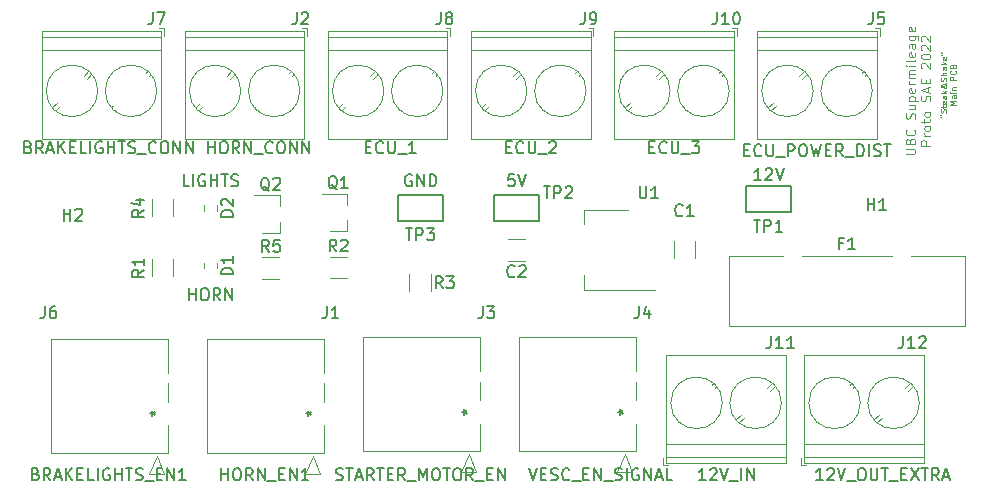
<source format=gbr>
%TF.GenerationSoftware,KiCad,Pcbnew,(5.1.9-0-10_14)*%
%TF.CreationDate,2022-04-24T23:49:05-07:00*%
%TF.ProjectId,PROTO_PCB_2022,50524f54-4f5f-4504-9342-5f323032322e,rev?*%
%TF.SameCoordinates,Original*%
%TF.FileFunction,Legend,Top*%
%TF.FilePolarity,Positive*%
%FSLAX46Y46*%
G04 Gerber Fmt 4.6, Leading zero omitted, Abs format (unit mm)*
G04 Created by KiCad (PCBNEW (5.1.9-0-10_14)) date 2022-04-24 23:49:05*
%MOMM*%
%LPD*%
G01*
G04 APERTURE LIST*
%ADD10C,0.150000*%
%ADD11C,0.050000*%
%ADD12C,0.100000*%
%ADD13C,0.120000*%
G04 APERTURE END LIST*
D10*
X103886095Y-92210000D02*
X103790857Y-92162380D01*
X103648000Y-92162380D01*
X103505142Y-92210000D01*
X103409904Y-92305238D01*
X103362285Y-92400476D01*
X103314666Y-92590952D01*
X103314666Y-92733809D01*
X103362285Y-92924285D01*
X103409904Y-93019523D01*
X103505142Y-93114761D01*
X103648000Y-93162380D01*
X103743238Y-93162380D01*
X103886095Y-93114761D01*
X103933714Y-93067142D01*
X103933714Y-92733809D01*
X103743238Y-92733809D01*
X104362285Y-93162380D02*
X104362285Y-92162380D01*
X104933714Y-93162380D01*
X104933714Y-92162380D01*
X105409904Y-93162380D02*
X105409904Y-92162380D01*
X105648000Y-92162380D01*
X105790857Y-92210000D01*
X105886095Y-92305238D01*
X105933714Y-92400476D01*
X105981333Y-92590952D01*
X105981333Y-92733809D01*
X105933714Y-92924285D01*
X105886095Y-93019523D01*
X105790857Y-93114761D01*
X105648000Y-93162380D01*
X105409904Y-93162380D01*
X112585523Y-92162380D02*
X112109333Y-92162380D01*
X112061714Y-92638571D01*
X112109333Y-92590952D01*
X112204571Y-92543333D01*
X112442666Y-92543333D01*
X112537904Y-92590952D01*
X112585523Y-92638571D01*
X112633142Y-92733809D01*
X112633142Y-92971904D01*
X112585523Y-93067142D01*
X112537904Y-93114761D01*
X112442666Y-93162380D01*
X112204571Y-93162380D01*
X112109333Y-93114761D01*
X112061714Y-93067142D01*
X112918857Y-92162380D02*
X113252190Y-93162380D01*
X113585523Y-92162380D01*
X133492952Y-92654380D02*
X132921523Y-92654380D01*
X133207238Y-92654380D02*
X133207238Y-91654380D01*
X133112000Y-91797238D01*
X133016761Y-91892476D01*
X132921523Y-91940095D01*
X133873904Y-91749619D02*
X133921523Y-91702000D01*
X134016761Y-91654380D01*
X134254857Y-91654380D01*
X134350095Y-91702000D01*
X134397714Y-91749619D01*
X134445333Y-91844857D01*
X134445333Y-91940095D01*
X134397714Y-92082952D01*
X133826285Y-92654380D01*
X134445333Y-92654380D01*
X134731047Y-91654380D02*
X135064380Y-92654380D01*
X135397714Y-91654380D01*
D11*
X148702000Y-87141523D02*
X148678190Y-87141523D01*
X148630571Y-87117714D01*
X148606761Y-87093904D01*
X148702000Y-87332000D02*
X148678190Y-87332000D01*
X148630571Y-87308190D01*
X148606761Y-87284380D01*
X149154380Y-86927238D02*
X149178190Y-86855809D01*
X149178190Y-86736761D01*
X149154380Y-86689142D01*
X149130571Y-86665333D01*
X149082952Y-86641523D01*
X149035333Y-86641523D01*
X148987714Y-86665333D01*
X148963904Y-86689142D01*
X148940095Y-86736761D01*
X148916285Y-86832000D01*
X148892476Y-86879619D01*
X148868666Y-86903428D01*
X148821047Y-86927238D01*
X148773428Y-86927238D01*
X148725809Y-86903428D01*
X148702000Y-86879619D01*
X148678190Y-86832000D01*
X148678190Y-86712952D01*
X148702000Y-86641523D01*
X148844857Y-86498666D02*
X148844857Y-86308190D01*
X148678190Y-86427238D02*
X149106761Y-86427238D01*
X149154380Y-86403428D01*
X149178190Y-86355809D01*
X149178190Y-86308190D01*
X149154380Y-85951047D02*
X149178190Y-85998666D01*
X149178190Y-86093904D01*
X149154380Y-86141523D01*
X149106761Y-86165333D01*
X148916285Y-86165333D01*
X148868666Y-86141523D01*
X148844857Y-86093904D01*
X148844857Y-85998666D01*
X148868666Y-85951047D01*
X148916285Y-85927238D01*
X148963904Y-85927238D01*
X149011523Y-86165333D01*
X149178190Y-85498666D02*
X148916285Y-85498666D01*
X148868666Y-85522476D01*
X148844857Y-85570095D01*
X148844857Y-85665333D01*
X148868666Y-85712952D01*
X149154380Y-85498666D02*
X149178190Y-85546285D01*
X149178190Y-85665333D01*
X149154380Y-85712952D01*
X149106761Y-85736761D01*
X149059142Y-85736761D01*
X149011523Y-85712952D01*
X148987714Y-85665333D01*
X148987714Y-85546285D01*
X148963904Y-85498666D01*
X149178190Y-85260571D02*
X148678190Y-85260571D01*
X148987714Y-85212952D02*
X149178190Y-85070095D01*
X148844857Y-85070095D02*
X149035333Y-85260571D01*
X149178190Y-84451047D02*
X149178190Y-84474857D01*
X149154380Y-84522476D01*
X149082952Y-84593904D01*
X148940095Y-84712952D01*
X148868666Y-84760571D01*
X148797238Y-84784380D01*
X148749619Y-84784380D01*
X148702000Y-84760571D01*
X148678190Y-84712952D01*
X148678190Y-84689142D01*
X148702000Y-84641523D01*
X148749619Y-84617714D01*
X148773428Y-84617714D01*
X148821047Y-84641523D01*
X148844857Y-84665333D01*
X148940095Y-84808190D01*
X148963904Y-84832000D01*
X149011523Y-84855809D01*
X149082952Y-84855809D01*
X149130571Y-84832000D01*
X149154380Y-84808190D01*
X149178190Y-84760571D01*
X149178190Y-84689142D01*
X149154380Y-84641523D01*
X149130571Y-84617714D01*
X149035333Y-84546285D01*
X148963904Y-84522476D01*
X148916285Y-84522476D01*
X149154380Y-84260571D02*
X149178190Y-84189142D01*
X149178190Y-84070095D01*
X149154380Y-84022476D01*
X149130571Y-83998666D01*
X149082952Y-83974857D01*
X149035333Y-83974857D01*
X148987714Y-83998666D01*
X148963904Y-84022476D01*
X148940095Y-84070095D01*
X148916285Y-84165333D01*
X148892476Y-84212952D01*
X148868666Y-84236761D01*
X148821047Y-84260571D01*
X148773428Y-84260571D01*
X148725809Y-84236761D01*
X148702000Y-84212952D01*
X148678190Y-84165333D01*
X148678190Y-84046285D01*
X148702000Y-83974857D01*
X149178190Y-83760571D02*
X148678190Y-83760571D01*
X149178190Y-83546285D02*
X148916285Y-83546285D01*
X148868666Y-83570095D01*
X148844857Y-83617714D01*
X148844857Y-83689142D01*
X148868666Y-83736761D01*
X148892476Y-83760571D01*
X149178190Y-83093904D02*
X148916285Y-83093904D01*
X148868666Y-83117714D01*
X148844857Y-83165333D01*
X148844857Y-83260571D01*
X148868666Y-83308190D01*
X149154380Y-83093904D02*
X149178190Y-83141523D01*
X149178190Y-83260571D01*
X149154380Y-83308190D01*
X149106761Y-83332000D01*
X149059142Y-83332000D01*
X149011523Y-83308190D01*
X148987714Y-83260571D01*
X148987714Y-83141523D01*
X148963904Y-83093904D01*
X149178190Y-82855809D02*
X148678190Y-82855809D01*
X148987714Y-82808190D02*
X149178190Y-82665333D01*
X148844857Y-82665333D02*
X149035333Y-82855809D01*
X149154380Y-82260571D02*
X149178190Y-82308190D01*
X149178190Y-82403428D01*
X149154380Y-82451047D01*
X149106761Y-82474857D01*
X148916285Y-82474857D01*
X148868666Y-82451047D01*
X148844857Y-82403428D01*
X148844857Y-82308190D01*
X148868666Y-82260571D01*
X148916285Y-82236761D01*
X148963904Y-82236761D01*
X149011523Y-82474857D01*
X148678190Y-82022476D02*
X148702000Y-82022476D01*
X148749619Y-82046285D01*
X148773428Y-82070095D01*
X148678190Y-81832000D02*
X148702000Y-81832000D01*
X148749619Y-81855809D01*
X148773428Y-81879619D01*
X149978190Y-86260571D02*
X149478190Y-86260571D01*
X149835333Y-86093904D01*
X149478190Y-85927238D01*
X149978190Y-85927238D01*
X149978190Y-85474857D02*
X149716285Y-85474857D01*
X149668666Y-85498666D01*
X149644857Y-85546285D01*
X149644857Y-85641523D01*
X149668666Y-85689142D01*
X149954380Y-85474857D02*
X149978190Y-85522476D01*
X149978190Y-85641523D01*
X149954380Y-85689142D01*
X149906761Y-85712952D01*
X149859142Y-85712952D01*
X149811523Y-85689142D01*
X149787714Y-85641523D01*
X149787714Y-85522476D01*
X149763904Y-85474857D01*
X149978190Y-85236761D02*
X149644857Y-85236761D01*
X149478190Y-85236761D02*
X149502000Y-85260571D01*
X149525809Y-85236761D01*
X149502000Y-85212952D01*
X149478190Y-85236761D01*
X149525809Y-85236761D01*
X149644857Y-84998666D02*
X149978190Y-84998666D01*
X149692476Y-84998666D02*
X149668666Y-84974857D01*
X149644857Y-84927238D01*
X149644857Y-84855809D01*
X149668666Y-84808190D01*
X149716285Y-84784380D01*
X149978190Y-84784380D01*
X149978190Y-84165333D02*
X149478190Y-84165333D01*
X149478190Y-83974857D01*
X149502000Y-83927238D01*
X149525809Y-83903428D01*
X149573428Y-83879619D01*
X149644857Y-83879619D01*
X149692476Y-83903428D01*
X149716285Y-83927238D01*
X149740095Y-83974857D01*
X149740095Y-84165333D01*
X149930571Y-83379619D02*
X149954380Y-83403428D01*
X149978190Y-83474857D01*
X149978190Y-83522476D01*
X149954380Y-83593904D01*
X149906761Y-83641523D01*
X149859142Y-83665333D01*
X149763904Y-83689142D01*
X149692476Y-83689142D01*
X149597238Y-83665333D01*
X149549619Y-83641523D01*
X149502000Y-83593904D01*
X149478190Y-83522476D01*
X149478190Y-83474857D01*
X149502000Y-83403428D01*
X149525809Y-83379619D01*
X149716285Y-82998666D02*
X149740095Y-82927238D01*
X149763904Y-82903428D01*
X149811523Y-82879619D01*
X149882952Y-82879619D01*
X149930571Y-82903428D01*
X149954380Y-82927238D01*
X149978190Y-82974857D01*
X149978190Y-83165333D01*
X149478190Y-83165333D01*
X149478190Y-82998666D01*
X149502000Y-82951047D01*
X149525809Y-82927238D01*
X149573428Y-82903428D01*
X149621047Y-82903428D01*
X149668666Y-82927238D01*
X149692476Y-82951047D01*
X149716285Y-82998666D01*
X149716285Y-83165333D01*
D10*
X85058476Y-93162380D02*
X84582285Y-93162380D01*
X84582285Y-92162380D01*
X85391809Y-93162380D02*
X85391809Y-92162380D01*
X86391809Y-92210000D02*
X86296571Y-92162380D01*
X86153714Y-92162380D01*
X86010857Y-92210000D01*
X85915619Y-92305238D01*
X85868000Y-92400476D01*
X85820380Y-92590952D01*
X85820380Y-92733809D01*
X85868000Y-92924285D01*
X85915619Y-93019523D01*
X86010857Y-93114761D01*
X86153714Y-93162380D01*
X86248952Y-93162380D01*
X86391809Y-93114761D01*
X86439428Y-93067142D01*
X86439428Y-92733809D01*
X86248952Y-92733809D01*
X86868000Y-93162380D02*
X86868000Y-92162380D01*
X86868000Y-92638571D02*
X87439428Y-92638571D01*
X87439428Y-93162380D02*
X87439428Y-92162380D01*
X87772761Y-92162380D02*
X88344190Y-92162380D01*
X88058476Y-93162380D02*
X88058476Y-92162380D01*
X88629904Y-93114761D02*
X88772761Y-93162380D01*
X89010857Y-93162380D01*
X89106095Y-93114761D01*
X89153714Y-93067142D01*
X89201333Y-92971904D01*
X89201333Y-92876666D01*
X89153714Y-92781428D01*
X89106095Y-92733809D01*
X89010857Y-92686190D01*
X88820380Y-92638571D01*
X88725142Y-92590952D01*
X88677523Y-92543333D01*
X88629904Y-92448095D01*
X88629904Y-92352857D01*
X88677523Y-92257619D01*
X88725142Y-92210000D01*
X88820380Y-92162380D01*
X89058476Y-92162380D01*
X89201333Y-92210000D01*
X85034666Y-102814380D02*
X85034666Y-101814380D01*
X85034666Y-102290571D02*
X85606095Y-102290571D01*
X85606095Y-102814380D02*
X85606095Y-101814380D01*
X86272761Y-101814380D02*
X86463238Y-101814380D01*
X86558476Y-101862000D01*
X86653714Y-101957238D01*
X86701333Y-102147714D01*
X86701333Y-102481047D01*
X86653714Y-102671523D01*
X86558476Y-102766761D01*
X86463238Y-102814380D01*
X86272761Y-102814380D01*
X86177523Y-102766761D01*
X86082285Y-102671523D01*
X86034666Y-102481047D01*
X86034666Y-102147714D01*
X86082285Y-101957238D01*
X86177523Y-101862000D01*
X86272761Y-101814380D01*
X87701333Y-102814380D02*
X87368000Y-102338190D01*
X87129904Y-102814380D02*
X87129904Y-101814380D01*
X87510857Y-101814380D01*
X87606095Y-101862000D01*
X87653714Y-101909619D01*
X87701333Y-102004857D01*
X87701333Y-102147714D01*
X87653714Y-102242952D01*
X87606095Y-102290571D01*
X87510857Y-102338190D01*
X87129904Y-102338190D01*
X88129904Y-102814380D02*
X88129904Y-101814380D01*
X88701333Y-102814380D01*
X88701333Y-101814380D01*
D12*
X145723904Y-90461428D02*
X146371523Y-90461428D01*
X146447714Y-90423333D01*
X146485809Y-90385238D01*
X146523904Y-90309047D01*
X146523904Y-90156666D01*
X146485809Y-90080476D01*
X146447714Y-90042380D01*
X146371523Y-90004285D01*
X145723904Y-90004285D01*
X146104857Y-89356666D02*
X146142952Y-89242380D01*
X146181047Y-89204285D01*
X146257238Y-89166190D01*
X146371523Y-89166190D01*
X146447714Y-89204285D01*
X146485809Y-89242380D01*
X146523904Y-89318571D01*
X146523904Y-89623333D01*
X145723904Y-89623333D01*
X145723904Y-89356666D01*
X145762000Y-89280476D01*
X145800095Y-89242380D01*
X145876285Y-89204285D01*
X145952476Y-89204285D01*
X146028666Y-89242380D01*
X146066761Y-89280476D01*
X146104857Y-89356666D01*
X146104857Y-89623333D01*
X146447714Y-88366190D02*
X146485809Y-88404285D01*
X146523904Y-88518571D01*
X146523904Y-88594761D01*
X146485809Y-88709047D01*
X146409619Y-88785238D01*
X146333428Y-88823333D01*
X146181047Y-88861428D01*
X146066761Y-88861428D01*
X145914380Y-88823333D01*
X145838190Y-88785238D01*
X145762000Y-88709047D01*
X145723904Y-88594761D01*
X145723904Y-88518571D01*
X145762000Y-88404285D01*
X145800095Y-88366190D01*
X146485809Y-87451904D02*
X146523904Y-87337619D01*
X146523904Y-87147142D01*
X146485809Y-87070952D01*
X146447714Y-87032857D01*
X146371523Y-86994761D01*
X146295333Y-86994761D01*
X146219142Y-87032857D01*
X146181047Y-87070952D01*
X146142952Y-87147142D01*
X146104857Y-87299523D01*
X146066761Y-87375714D01*
X146028666Y-87413809D01*
X145952476Y-87451904D01*
X145876285Y-87451904D01*
X145800095Y-87413809D01*
X145762000Y-87375714D01*
X145723904Y-87299523D01*
X145723904Y-87109047D01*
X145762000Y-86994761D01*
X145990571Y-86309047D02*
X146523904Y-86309047D01*
X145990571Y-86651904D02*
X146409619Y-86651904D01*
X146485809Y-86613809D01*
X146523904Y-86537619D01*
X146523904Y-86423333D01*
X146485809Y-86347142D01*
X146447714Y-86309047D01*
X145990571Y-85928095D02*
X146790571Y-85928095D01*
X146028666Y-85928095D02*
X145990571Y-85851904D01*
X145990571Y-85699523D01*
X146028666Y-85623333D01*
X146066761Y-85585238D01*
X146142952Y-85547142D01*
X146371523Y-85547142D01*
X146447714Y-85585238D01*
X146485809Y-85623333D01*
X146523904Y-85699523D01*
X146523904Y-85851904D01*
X146485809Y-85928095D01*
X146485809Y-84899523D02*
X146523904Y-84975714D01*
X146523904Y-85128095D01*
X146485809Y-85204285D01*
X146409619Y-85242380D01*
X146104857Y-85242380D01*
X146028666Y-85204285D01*
X145990571Y-85128095D01*
X145990571Y-84975714D01*
X146028666Y-84899523D01*
X146104857Y-84861428D01*
X146181047Y-84861428D01*
X146257238Y-85242380D01*
X146523904Y-84518571D02*
X145990571Y-84518571D01*
X146142952Y-84518571D02*
X146066761Y-84480476D01*
X146028666Y-84442380D01*
X145990571Y-84366190D01*
X145990571Y-84290000D01*
X146523904Y-84023333D02*
X145990571Y-84023333D01*
X146066761Y-84023333D02*
X146028666Y-83985238D01*
X145990571Y-83909047D01*
X145990571Y-83794761D01*
X146028666Y-83718571D01*
X146104857Y-83680476D01*
X146523904Y-83680476D01*
X146104857Y-83680476D02*
X146028666Y-83642380D01*
X145990571Y-83566190D01*
X145990571Y-83451904D01*
X146028666Y-83375714D01*
X146104857Y-83337619D01*
X146523904Y-83337619D01*
X146523904Y-82956666D02*
X145990571Y-82956666D01*
X145723904Y-82956666D02*
X145762000Y-82994761D01*
X145800095Y-82956666D01*
X145762000Y-82918571D01*
X145723904Y-82956666D01*
X145800095Y-82956666D01*
X146523904Y-82461428D02*
X146485809Y-82537619D01*
X146409619Y-82575714D01*
X145723904Y-82575714D01*
X146485809Y-81851904D02*
X146523904Y-81928095D01*
X146523904Y-82080476D01*
X146485809Y-82156666D01*
X146409619Y-82194761D01*
X146104857Y-82194761D01*
X146028666Y-82156666D01*
X145990571Y-82080476D01*
X145990571Y-81928095D01*
X146028666Y-81851904D01*
X146104857Y-81813809D01*
X146181047Y-81813809D01*
X146257238Y-82194761D01*
X146523904Y-81128095D02*
X146104857Y-81128095D01*
X146028666Y-81166190D01*
X145990571Y-81242380D01*
X145990571Y-81394761D01*
X146028666Y-81470952D01*
X146485809Y-81128095D02*
X146523904Y-81204285D01*
X146523904Y-81394761D01*
X146485809Y-81470952D01*
X146409619Y-81509047D01*
X146333428Y-81509047D01*
X146257238Y-81470952D01*
X146219142Y-81394761D01*
X146219142Y-81204285D01*
X146181047Y-81128095D01*
X145990571Y-80404285D02*
X146638190Y-80404285D01*
X146714380Y-80442380D01*
X146752476Y-80480476D01*
X146790571Y-80556666D01*
X146790571Y-80670952D01*
X146752476Y-80747142D01*
X146485809Y-80404285D02*
X146523904Y-80480476D01*
X146523904Y-80632857D01*
X146485809Y-80709047D01*
X146447714Y-80747142D01*
X146371523Y-80785238D01*
X146142952Y-80785238D01*
X146066761Y-80747142D01*
X146028666Y-80709047D01*
X145990571Y-80632857D01*
X145990571Y-80480476D01*
X146028666Y-80404285D01*
X146485809Y-79718571D02*
X146523904Y-79794761D01*
X146523904Y-79947142D01*
X146485809Y-80023333D01*
X146409619Y-80061428D01*
X146104857Y-80061428D01*
X146028666Y-80023333D01*
X145990571Y-79947142D01*
X145990571Y-79794761D01*
X146028666Y-79718571D01*
X146104857Y-79680476D01*
X146181047Y-79680476D01*
X146257238Y-80061428D01*
X147823904Y-89718571D02*
X147023904Y-89718571D01*
X147023904Y-89413809D01*
X147062000Y-89337619D01*
X147100095Y-89299523D01*
X147176285Y-89261428D01*
X147290571Y-89261428D01*
X147366761Y-89299523D01*
X147404857Y-89337619D01*
X147442952Y-89413809D01*
X147442952Y-89718571D01*
X147823904Y-88918571D02*
X147290571Y-88918571D01*
X147442952Y-88918571D02*
X147366761Y-88880476D01*
X147328666Y-88842380D01*
X147290571Y-88766190D01*
X147290571Y-88690000D01*
X147823904Y-88309047D02*
X147785809Y-88385238D01*
X147747714Y-88423333D01*
X147671523Y-88461428D01*
X147442952Y-88461428D01*
X147366761Y-88423333D01*
X147328666Y-88385238D01*
X147290571Y-88309047D01*
X147290571Y-88194761D01*
X147328666Y-88118571D01*
X147366761Y-88080476D01*
X147442952Y-88042380D01*
X147671523Y-88042380D01*
X147747714Y-88080476D01*
X147785809Y-88118571D01*
X147823904Y-88194761D01*
X147823904Y-88309047D01*
X147290571Y-87813809D02*
X147290571Y-87509047D01*
X147023904Y-87699523D02*
X147709619Y-87699523D01*
X147785809Y-87661428D01*
X147823904Y-87585238D01*
X147823904Y-87509047D01*
X147823904Y-87128095D02*
X147785809Y-87204285D01*
X147747714Y-87242380D01*
X147671523Y-87280476D01*
X147442952Y-87280476D01*
X147366761Y-87242380D01*
X147328666Y-87204285D01*
X147290571Y-87128095D01*
X147290571Y-87013809D01*
X147328666Y-86937619D01*
X147366761Y-86899523D01*
X147442952Y-86861428D01*
X147671523Y-86861428D01*
X147747714Y-86899523D01*
X147785809Y-86937619D01*
X147823904Y-87013809D01*
X147823904Y-87128095D01*
X147785809Y-85947142D02*
X147823904Y-85832857D01*
X147823904Y-85642380D01*
X147785809Y-85566190D01*
X147747714Y-85528095D01*
X147671523Y-85490000D01*
X147595333Y-85490000D01*
X147519142Y-85528095D01*
X147481047Y-85566190D01*
X147442952Y-85642380D01*
X147404857Y-85794761D01*
X147366761Y-85870952D01*
X147328666Y-85909047D01*
X147252476Y-85947142D01*
X147176285Y-85947142D01*
X147100095Y-85909047D01*
X147062000Y-85870952D01*
X147023904Y-85794761D01*
X147023904Y-85604285D01*
X147062000Y-85490000D01*
X147595333Y-85185238D02*
X147595333Y-84804285D01*
X147823904Y-85261428D02*
X147023904Y-84994761D01*
X147823904Y-84728095D01*
X147404857Y-84461428D02*
X147404857Y-84194761D01*
X147823904Y-84080476D02*
X147823904Y-84461428D01*
X147023904Y-84461428D01*
X147023904Y-84080476D01*
X147100095Y-83166190D02*
X147062000Y-83128095D01*
X147023904Y-83051904D01*
X147023904Y-82861428D01*
X147062000Y-82785238D01*
X147100095Y-82747142D01*
X147176285Y-82709047D01*
X147252476Y-82709047D01*
X147366761Y-82747142D01*
X147823904Y-83204285D01*
X147823904Y-82709047D01*
X147023904Y-82213809D02*
X147023904Y-82137619D01*
X147062000Y-82061428D01*
X147100095Y-82023333D01*
X147176285Y-81985238D01*
X147328666Y-81947142D01*
X147519142Y-81947142D01*
X147671523Y-81985238D01*
X147747714Y-82023333D01*
X147785809Y-82061428D01*
X147823904Y-82137619D01*
X147823904Y-82213809D01*
X147785809Y-82290000D01*
X147747714Y-82328095D01*
X147671523Y-82366190D01*
X147519142Y-82404285D01*
X147328666Y-82404285D01*
X147176285Y-82366190D01*
X147100095Y-82328095D01*
X147062000Y-82290000D01*
X147023904Y-82213809D01*
X147100095Y-81642380D02*
X147062000Y-81604285D01*
X147023904Y-81528095D01*
X147023904Y-81337619D01*
X147062000Y-81261428D01*
X147100095Y-81223333D01*
X147176285Y-81185238D01*
X147252476Y-81185238D01*
X147366761Y-81223333D01*
X147823904Y-81680476D01*
X147823904Y-81185238D01*
X147100095Y-80880476D02*
X147062000Y-80842380D01*
X147023904Y-80766190D01*
X147023904Y-80575714D01*
X147062000Y-80499523D01*
X147100095Y-80461428D01*
X147176285Y-80423333D01*
X147252476Y-80423333D01*
X147366761Y-80461428D01*
X147823904Y-80918571D01*
X147823904Y-80423333D01*
D13*
%TO.C,F1*%
X146164000Y-99038000D02*
X150744000Y-99038000D01*
X136954000Y-99038000D02*
X144524000Y-99038000D01*
X130744000Y-105038000D02*
X130744000Y-99038000D01*
X150744000Y-105038000D02*
X130744000Y-105038000D01*
X150744000Y-99038000D02*
X150744000Y-105038000D01*
X130744000Y-99038000D02*
X135334000Y-99038000D01*
%TO.C,D2*%
X87390500Y-94758742D02*
X87390500Y-95233258D01*
X86345500Y-94758742D02*
X86345500Y-95233258D01*
D10*
%TO.C,TP3*%
X102748000Y-93896000D02*
X106548000Y-93896000D01*
X106548000Y-93896000D02*
X106548000Y-96096000D01*
X106548000Y-96096000D02*
X102748000Y-96096000D01*
X102748000Y-96096000D02*
X102748000Y-93896000D01*
%TO.C,TP2*%
X110876000Y-93896000D02*
X114676000Y-93896000D01*
X114676000Y-93896000D02*
X114676000Y-96096000D01*
X114676000Y-96096000D02*
X110876000Y-96096000D01*
X110876000Y-96096000D02*
X110876000Y-93896000D01*
%TO.C,TP1*%
X132212000Y-93134000D02*
X136012000Y-93134000D01*
X136012000Y-93134000D02*
X136012000Y-95334000D01*
X136012000Y-95334000D02*
X132212000Y-95334000D01*
X132212000Y-95334000D02*
X132212000Y-93134000D01*
D13*
%TO.C,R5*%
X91244436Y-99166000D02*
X92698564Y-99166000D01*
X91244436Y-100986000D02*
X92698564Y-100986000D01*
%TO.C,R4*%
X83714000Y-94268936D02*
X83714000Y-95723064D01*
X81894000Y-94268936D02*
X81894000Y-95723064D01*
%TO.C,R3*%
X103700400Y-102073064D02*
X103700400Y-100618936D01*
X105520400Y-102073064D02*
X105520400Y-100618936D01*
%TO.C,R2*%
X96959436Y-99144999D02*
X98413564Y-99144999D01*
X96959436Y-100964999D02*
X98413564Y-100964999D01*
%TO.C,R1*%
X83714000Y-99348936D02*
X83714000Y-100803064D01*
X81894000Y-99348936D02*
X81894000Y-100803064D01*
%TO.C,Q2*%
X92708000Y-97084000D02*
X92708000Y-96154000D01*
X92708000Y-93924000D02*
X92708000Y-94854000D01*
X92708000Y-93924000D02*
X90548000Y-93924000D01*
X92708000Y-97084000D02*
X91248000Y-97084000D01*
%TO.C,J10*%
X130780200Y-85090000D02*
G75*
G03*
X130780200Y-85090000I-2180000J0D01*
G01*
X125780200Y-85090000D02*
G75*
G03*
X125780200Y-85090000I-2180000J0D01*
G01*
X131160200Y-80490000D02*
X121040200Y-80490000D01*
X131160200Y-81590000D02*
X121040200Y-81590000D01*
X131160200Y-89150000D02*
X121040200Y-89150000D01*
X131160200Y-80030000D02*
X121040200Y-80030000D01*
X131160200Y-89150000D02*
X131160200Y-80030000D01*
X121040200Y-89150000D02*
X121040200Y-80030000D01*
X126946200Y-86478000D02*
X127053200Y-86371000D01*
X129882200Y-83543000D02*
X129988200Y-83436000D01*
X127212200Y-86744000D02*
X127319200Y-86637000D01*
X130148200Y-83809000D02*
X130254200Y-83702000D01*
X121946200Y-86478000D02*
X122341200Y-86082000D01*
X124607200Y-83816000D02*
X124987200Y-83436000D01*
X122212200Y-86744000D02*
X122592200Y-86364000D01*
X124858200Y-84098000D02*
X125253200Y-83702000D01*
X131400200Y-80430000D02*
X131400200Y-79790000D01*
X131400200Y-79790000D02*
X131000200Y-79790000D01*
%TO.C,J9*%
X118664400Y-85090000D02*
G75*
G03*
X118664400Y-85090000I-2180000J0D01*
G01*
X113664400Y-85090000D02*
G75*
G03*
X113664400Y-85090000I-2180000J0D01*
G01*
X119044400Y-80490000D02*
X108924400Y-80490000D01*
X119044400Y-81590000D02*
X108924400Y-81590000D01*
X119044400Y-89150000D02*
X108924400Y-89150000D01*
X119044400Y-80030000D02*
X108924400Y-80030000D01*
X119044400Y-89150000D02*
X119044400Y-80030000D01*
X108924400Y-89150000D02*
X108924400Y-80030000D01*
X114830400Y-86478000D02*
X114937400Y-86371000D01*
X117766400Y-83543000D02*
X117872400Y-83436000D01*
X115096400Y-86744000D02*
X115203400Y-86637000D01*
X118032400Y-83809000D02*
X118138400Y-83702000D01*
X109830400Y-86478000D02*
X110225400Y-86082000D01*
X112491400Y-83816000D02*
X112871400Y-83436000D01*
X110096400Y-86744000D02*
X110476400Y-86364000D01*
X112742400Y-84098000D02*
X113137400Y-83702000D01*
X119284400Y-80430000D02*
X119284400Y-79790000D01*
X119284400Y-79790000D02*
X118884400Y-79790000D01*
%TO.C,J8*%
X106548600Y-85090000D02*
G75*
G03*
X106548600Y-85090000I-2180000J0D01*
G01*
X101548600Y-85090000D02*
G75*
G03*
X101548600Y-85090000I-2180000J0D01*
G01*
X106928600Y-80490000D02*
X96808600Y-80490000D01*
X106928600Y-81590000D02*
X96808600Y-81590000D01*
X106928600Y-89150000D02*
X96808600Y-89150000D01*
X106928600Y-80030000D02*
X96808600Y-80030000D01*
X106928600Y-89150000D02*
X106928600Y-80030000D01*
X96808600Y-89150000D02*
X96808600Y-80030000D01*
X102714600Y-86478000D02*
X102821600Y-86371000D01*
X105650600Y-83543000D02*
X105756600Y-83436000D01*
X102980600Y-86744000D02*
X103087600Y-86637000D01*
X105916600Y-83809000D02*
X106022600Y-83702000D01*
X97714600Y-86478000D02*
X98109600Y-86082000D01*
X100375600Y-83816000D02*
X100755600Y-83436000D01*
X97980600Y-86744000D02*
X98360600Y-86364000D01*
X100626600Y-84098000D02*
X101021600Y-83702000D01*
X107168600Y-80430000D02*
X107168600Y-79790000D01*
X107168600Y-79790000D02*
X106768600Y-79790000D01*
%TO.C,J6*%
X83276001Y-108947111D02*
X83276001Y-106070011D01*
X83276001Y-111406076D02*
X83276001Y-109842891D01*
X83276001Y-115719992D02*
X83276001Y-113383924D01*
X73376000Y-115719992D02*
X83276001Y-115719992D01*
X73376000Y-106070011D02*
X73376000Y-115719992D01*
X83276001Y-106070011D02*
X73376000Y-106070011D01*
X81661000Y-117497992D02*
X82296000Y-115973992D01*
X82931000Y-117497992D02*
X81661000Y-117497992D01*
X82296000Y-115973992D02*
X82931000Y-117497992D01*
%TO.C,J4*%
X122900001Y-108820111D02*
X122900001Y-105943011D01*
X122900001Y-111279076D02*
X122900001Y-109715891D01*
X122900001Y-115592992D02*
X122900001Y-113256924D01*
X113000000Y-115592992D02*
X122900001Y-115592992D01*
X113000000Y-105943011D02*
X113000000Y-115592992D01*
X122900001Y-105943011D02*
X113000000Y-105943011D01*
X121285000Y-117370992D02*
X121920000Y-115846992D01*
X122555000Y-117370992D02*
X121285000Y-117370992D01*
X121920000Y-115846992D02*
X122555000Y-117370992D01*
%TO.C,J3*%
X109692001Y-108820111D02*
X109692001Y-105943011D01*
X109692001Y-111279076D02*
X109692001Y-109715891D01*
X109692001Y-115592992D02*
X109692001Y-113256924D01*
X99792000Y-115592992D02*
X109692001Y-115592992D01*
X99792000Y-105943011D02*
X99792000Y-115592992D01*
X109692001Y-105943011D02*
X99792000Y-105943011D01*
X108077000Y-117370992D02*
X108712000Y-115846992D01*
X109347000Y-117370992D02*
X108077000Y-117370992D01*
X108712000Y-115846992D02*
X109347000Y-117370992D01*
%TO.C,J1*%
X96484001Y-108947111D02*
X96484001Y-106070011D01*
X96484001Y-111406076D02*
X96484001Y-109842891D01*
X96484001Y-115719992D02*
X96484001Y-113383924D01*
X86584000Y-115719992D02*
X96484001Y-115719992D01*
X86584000Y-106070011D02*
X86584000Y-115719992D01*
X96484001Y-106070011D02*
X86584000Y-106070011D01*
X94869000Y-117497992D02*
X95504000Y-115973992D01*
X96139000Y-117497992D02*
X94869000Y-117497992D01*
X95504000Y-115973992D02*
X96139000Y-117497992D01*
%TO.C,D1*%
X87390500Y-99647742D02*
X87390500Y-100122258D01*
X86345500Y-99647742D02*
X86345500Y-100122258D01*
%TO.C,C2*%
X113487252Y-99462000D02*
X112064748Y-99462000D01*
X113487252Y-97642000D02*
X112064748Y-97642000D01*
%TO.C,C1*%
X127910000Y-97840748D02*
X127910000Y-99263252D01*
X126090000Y-97840748D02*
X126090000Y-99263252D01*
%TO.C,U1*%
X124496000Y-101962000D02*
X118486000Y-101962000D01*
X122246000Y-95142000D02*
X118486000Y-95142000D01*
X118486000Y-101962000D02*
X118486000Y-100702000D01*
X118486000Y-95142000D02*
X118486000Y-96402000D01*
%TO.C,J2*%
X95052800Y-79790000D02*
X94652800Y-79790000D01*
X95052800Y-80430000D02*
X95052800Y-79790000D01*
X88510800Y-84098000D02*
X88905800Y-83702000D01*
X85864800Y-86744000D02*
X86244800Y-86364000D01*
X88259800Y-83816000D02*
X88639800Y-83436000D01*
X85598800Y-86478000D02*
X85993800Y-86082000D01*
X93800800Y-83809000D02*
X93906800Y-83702000D01*
X90864800Y-86744000D02*
X90971800Y-86637000D01*
X93534800Y-83543000D02*
X93640800Y-83436000D01*
X90598800Y-86478000D02*
X90705800Y-86371000D01*
X84692800Y-89150000D02*
X84692800Y-80030000D01*
X94812800Y-89150000D02*
X94812800Y-80030000D01*
X94812800Y-80030000D02*
X84692800Y-80030000D01*
X94812800Y-89150000D02*
X84692800Y-89150000D01*
X94812800Y-81590000D02*
X84692800Y-81590000D01*
X94812800Y-80490000D02*
X84692800Y-80490000D01*
X89432800Y-85090000D02*
G75*
G03*
X89432800Y-85090000I-2180000J0D01*
G01*
X94432800Y-85090000D02*
G75*
G03*
X94432800Y-85090000I-2180000J0D01*
G01*
%TO.C,J7*%
X82937000Y-79790000D02*
X82537000Y-79790000D01*
X82937000Y-80430000D02*
X82937000Y-79790000D01*
X76395000Y-84098000D02*
X76790000Y-83702000D01*
X73749000Y-86744000D02*
X74129000Y-86364000D01*
X76144000Y-83816000D02*
X76524000Y-83436000D01*
X73483000Y-86478000D02*
X73878000Y-86082000D01*
X81685000Y-83809000D02*
X81791000Y-83702000D01*
X78749000Y-86744000D02*
X78856000Y-86637000D01*
X81419000Y-83543000D02*
X81525000Y-83436000D01*
X78483000Y-86478000D02*
X78590000Y-86371000D01*
X72577000Y-89150000D02*
X72577000Y-80030000D01*
X82697000Y-89150000D02*
X82697000Y-80030000D01*
X82697000Y-80030000D02*
X72577000Y-80030000D01*
X82697000Y-89150000D02*
X72577000Y-89150000D01*
X82697000Y-81590000D02*
X72577000Y-81590000D01*
X82697000Y-80490000D02*
X72577000Y-80490000D01*
X77317000Y-85090000D02*
G75*
G03*
X77317000Y-85090000I-2180000J0D01*
G01*
X82317000Y-85090000D02*
G75*
G03*
X82317000Y-85090000I-2180000J0D01*
G01*
%TO.C,J5*%
X142896000Y-85090000D02*
G75*
G03*
X142896000Y-85090000I-2180000J0D01*
G01*
X137896000Y-85090000D02*
G75*
G03*
X137896000Y-85090000I-2180000J0D01*
G01*
X143276000Y-80490000D02*
X133156000Y-80490000D01*
X143276000Y-81590000D02*
X133156000Y-81590000D01*
X143276000Y-89150000D02*
X133156000Y-89150000D01*
X143276000Y-80030000D02*
X133156000Y-80030000D01*
X143276000Y-89150000D02*
X143276000Y-80030000D01*
X133156000Y-89150000D02*
X133156000Y-80030000D01*
X139062000Y-86478000D02*
X139169000Y-86371000D01*
X141998000Y-83543000D02*
X142104000Y-83436000D01*
X139328000Y-86744000D02*
X139435000Y-86637000D01*
X142264000Y-83809000D02*
X142370000Y-83702000D01*
X134062000Y-86478000D02*
X134457000Y-86082000D01*
X136723000Y-83816000D02*
X137103000Y-83436000D01*
X134328000Y-86744000D02*
X134708000Y-86364000D01*
X136974000Y-84098000D02*
X137369000Y-83702000D01*
X143516000Y-80430000D02*
X143516000Y-79790000D01*
X143516000Y-79790000D02*
X143116000Y-79790000D01*
%TO.C,J12*%
X141880000Y-111506000D02*
G75*
G03*
X141880000Y-111506000I-2180000J0D01*
G01*
X146880000Y-111506000D02*
G75*
G03*
X146880000Y-111506000I-2180000J0D01*
G01*
X137140000Y-116106000D02*
X147260000Y-116106000D01*
X137140000Y-115006000D02*
X147260000Y-115006000D01*
X137140000Y-107446000D02*
X147260000Y-107446000D01*
X137140000Y-116566000D02*
X147260000Y-116566000D01*
X137140000Y-107446000D02*
X137140000Y-116566000D01*
X147260000Y-107446000D02*
X147260000Y-116566000D01*
X141354000Y-110118000D02*
X141247000Y-110225000D01*
X138418000Y-113053000D02*
X138312000Y-113160000D01*
X141088000Y-109852000D02*
X140981000Y-109959000D01*
X138152000Y-112787000D02*
X138046000Y-112894000D01*
X146354000Y-110118000D02*
X145959000Y-110514000D01*
X143693000Y-112780000D02*
X143313000Y-113160000D01*
X146088000Y-109852000D02*
X145708000Y-110232000D01*
X143442000Y-112498000D02*
X143047000Y-112894000D01*
X136900000Y-116166000D02*
X136900000Y-116806000D01*
X136900000Y-116806000D02*
X137300000Y-116806000D01*
%TO.C,J11*%
X130196000Y-111506000D02*
G75*
G03*
X130196000Y-111506000I-2180000J0D01*
G01*
X135196000Y-111506000D02*
G75*
G03*
X135196000Y-111506000I-2180000J0D01*
G01*
X125456000Y-116106000D02*
X135576000Y-116106000D01*
X125456000Y-115006000D02*
X135576000Y-115006000D01*
X125456000Y-107446000D02*
X135576000Y-107446000D01*
X125456000Y-116566000D02*
X135576000Y-116566000D01*
X125456000Y-107446000D02*
X125456000Y-116566000D01*
X135576000Y-107446000D02*
X135576000Y-116566000D01*
X129670000Y-110118000D02*
X129563000Y-110225000D01*
X126734000Y-113053000D02*
X126628000Y-113160000D01*
X129404000Y-109852000D02*
X129297000Y-109959000D01*
X126468000Y-112787000D02*
X126362000Y-112894000D01*
X134670000Y-110118000D02*
X134275000Y-110514000D01*
X132009000Y-112780000D02*
X131629000Y-113160000D01*
X134404000Y-109852000D02*
X134024000Y-110232000D01*
X131758000Y-112498000D02*
X131363000Y-112894000D01*
X125216000Y-116166000D02*
X125216000Y-116806000D01*
X125216000Y-116806000D02*
X125616000Y-116806000D01*
%TO.C,Q1*%
X98446500Y-96957000D02*
X98446500Y-96027000D01*
X98446500Y-93797000D02*
X98446500Y-94727000D01*
X98446500Y-93797000D02*
X96286500Y-93797000D01*
X98446500Y-96957000D02*
X96986500Y-96957000D01*
%TO.C,F1*%
D10*
X140380666Y-97986571D02*
X140047333Y-97986571D01*
X140047333Y-98510380D02*
X140047333Y-97510380D01*
X140523523Y-97510380D01*
X141428285Y-98510380D02*
X140856857Y-98510380D01*
X141142571Y-98510380D02*
X141142571Y-97510380D01*
X141047333Y-97653238D01*
X140952095Y-97748476D01*
X140856857Y-97796095D01*
%TO.C,D2*%
X88750380Y-95734095D02*
X87750380Y-95734095D01*
X87750380Y-95496000D01*
X87798000Y-95353142D01*
X87893238Y-95257904D01*
X87988476Y-95210285D01*
X88178952Y-95162666D01*
X88321809Y-95162666D01*
X88512285Y-95210285D01*
X88607523Y-95257904D01*
X88702761Y-95353142D01*
X88750380Y-95496000D01*
X88750380Y-95734095D01*
X87845619Y-94781714D02*
X87798000Y-94734095D01*
X87750380Y-94638857D01*
X87750380Y-94400761D01*
X87798000Y-94305523D01*
X87845619Y-94257904D01*
X87940857Y-94210285D01*
X88036095Y-94210285D01*
X88178952Y-94257904D01*
X88750380Y-94829333D01*
X88750380Y-94210285D01*
%TO.C,TP3*%
X103386095Y-96734380D02*
X103957523Y-96734380D01*
X103671809Y-97734380D02*
X103671809Y-96734380D01*
X104290857Y-97734380D02*
X104290857Y-96734380D01*
X104671809Y-96734380D01*
X104767047Y-96782000D01*
X104814666Y-96829619D01*
X104862285Y-96924857D01*
X104862285Y-97067714D01*
X104814666Y-97162952D01*
X104767047Y-97210571D01*
X104671809Y-97258190D01*
X104290857Y-97258190D01*
X105195619Y-96734380D02*
X105814666Y-96734380D01*
X105481333Y-97115333D01*
X105624190Y-97115333D01*
X105719428Y-97162952D01*
X105767047Y-97210571D01*
X105814666Y-97305809D01*
X105814666Y-97543904D01*
X105767047Y-97639142D01*
X105719428Y-97686761D01*
X105624190Y-97734380D01*
X105338476Y-97734380D01*
X105243238Y-97686761D01*
X105195619Y-97639142D01*
%TO.C,TP2*%
X115070095Y-93178380D02*
X115641523Y-93178380D01*
X115355809Y-94178380D02*
X115355809Y-93178380D01*
X115974857Y-94178380D02*
X115974857Y-93178380D01*
X116355809Y-93178380D01*
X116451047Y-93226000D01*
X116498666Y-93273619D01*
X116546285Y-93368857D01*
X116546285Y-93511714D01*
X116498666Y-93606952D01*
X116451047Y-93654571D01*
X116355809Y-93702190D01*
X115974857Y-93702190D01*
X116927238Y-93273619D02*
X116974857Y-93226000D01*
X117070095Y-93178380D01*
X117308190Y-93178380D01*
X117403428Y-93226000D01*
X117451047Y-93273619D01*
X117498666Y-93368857D01*
X117498666Y-93464095D01*
X117451047Y-93606952D01*
X116879619Y-94178380D01*
X117498666Y-94178380D01*
%TO.C,TP1*%
X132850095Y-96005379D02*
X133421523Y-96005379D01*
X133135809Y-97005379D02*
X133135809Y-96005379D01*
X133754857Y-97005379D02*
X133754857Y-96005379D01*
X134135809Y-96005379D01*
X134231047Y-96052999D01*
X134278666Y-96100618D01*
X134326285Y-96195856D01*
X134326285Y-96338713D01*
X134278666Y-96433951D01*
X134231047Y-96481570D01*
X134135809Y-96529189D01*
X133754857Y-96529189D01*
X135278666Y-97005379D02*
X134707238Y-97005379D01*
X134992952Y-97005379D02*
X134992952Y-96005379D01*
X134897714Y-96148237D01*
X134802476Y-96243475D01*
X134707238Y-96291094D01*
%TO.C,R5*%
X91804833Y-98708380D02*
X91471500Y-98232190D01*
X91233404Y-98708380D02*
X91233404Y-97708380D01*
X91614357Y-97708380D01*
X91709595Y-97756000D01*
X91757214Y-97803619D01*
X91804833Y-97898857D01*
X91804833Y-98041714D01*
X91757214Y-98136952D01*
X91709595Y-98184571D01*
X91614357Y-98232190D01*
X91233404Y-98232190D01*
X92709595Y-97708380D02*
X92233404Y-97708380D01*
X92185785Y-98184571D01*
X92233404Y-98136952D01*
X92328642Y-98089333D01*
X92566738Y-98089333D01*
X92661976Y-98136952D01*
X92709595Y-98184571D01*
X92757214Y-98279809D01*
X92757214Y-98517904D01*
X92709595Y-98613142D01*
X92661976Y-98660761D01*
X92566738Y-98708380D01*
X92328642Y-98708380D01*
X92233404Y-98660761D01*
X92185785Y-98613142D01*
%TO.C,R4*%
X81224380Y-95162666D02*
X80748190Y-95496000D01*
X81224380Y-95734095D02*
X80224380Y-95734095D01*
X80224380Y-95353142D01*
X80272000Y-95257904D01*
X80319619Y-95210285D01*
X80414857Y-95162666D01*
X80557714Y-95162666D01*
X80652952Y-95210285D01*
X80700571Y-95257904D01*
X80748190Y-95353142D01*
X80748190Y-95734095D01*
X80557714Y-94305523D02*
X81224380Y-94305523D01*
X80176761Y-94543619D02*
X80891047Y-94781714D01*
X80891047Y-94162666D01*
%TO.C,R3*%
X106513333Y-101798380D02*
X106180000Y-101322190D01*
X105941904Y-101798380D02*
X105941904Y-100798380D01*
X106322857Y-100798380D01*
X106418095Y-100846000D01*
X106465714Y-100893619D01*
X106513333Y-100988857D01*
X106513333Y-101131714D01*
X106465714Y-101226952D01*
X106418095Y-101274571D01*
X106322857Y-101322190D01*
X105941904Y-101322190D01*
X106846666Y-100798380D02*
X107465714Y-100798380D01*
X107132380Y-101179333D01*
X107275238Y-101179333D01*
X107370476Y-101226952D01*
X107418095Y-101274571D01*
X107465714Y-101369809D01*
X107465714Y-101607904D01*
X107418095Y-101703142D01*
X107370476Y-101750761D01*
X107275238Y-101798380D01*
X106989523Y-101798380D01*
X106894285Y-101750761D01*
X106846666Y-101703142D01*
%TO.C,R2*%
X97519833Y-98687379D02*
X97186500Y-98211189D01*
X96948404Y-98687379D02*
X96948404Y-97687379D01*
X97329357Y-97687379D01*
X97424595Y-97734999D01*
X97472214Y-97782618D01*
X97519833Y-97877856D01*
X97519833Y-98020713D01*
X97472214Y-98115951D01*
X97424595Y-98163570D01*
X97329357Y-98211189D01*
X96948404Y-98211189D01*
X97900785Y-97782618D02*
X97948404Y-97734999D01*
X98043642Y-97687379D01*
X98281738Y-97687379D01*
X98376976Y-97734999D01*
X98424595Y-97782618D01*
X98472214Y-97877856D01*
X98472214Y-97973094D01*
X98424595Y-98115951D01*
X97853166Y-98687379D01*
X98472214Y-98687379D01*
%TO.C,R1*%
X81224380Y-100242666D02*
X80748190Y-100576000D01*
X81224380Y-100814095D02*
X80224380Y-100814095D01*
X80224380Y-100433142D01*
X80272000Y-100337904D01*
X80319619Y-100290285D01*
X80414857Y-100242666D01*
X80557714Y-100242666D01*
X80652952Y-100290285D01*
X80700571Y-100337904D01*
X80748190Y-100433142D01*
X80748190Y-100814095D01*
X81224380Y-99290285D02*
X81224380Y-99861714D01*
X81224380Y-99576000D02*
X80224380Y-99576000D01*
X80367238Y-99671238D01*
X80462476Y-99766476D01*
X80510095Y-99861714D01*
%TO.C,Q2*%
X91852761Y-93551619D02*
X91757523Y-93504000D01*
X91662285Y-93408761D01*
X91519428Y-93265904D01*
X91424190Y-93218285D01*
X91328952Y-93218285D01*
X91376571Y-93456380D02*
X91281333Y-93408761D01*
X91186095Y-93313523D01*
X91138476Y-93123047D01*
X91138476Y-92789714D01*
X91186095Y-92599238D01*
X91281333Y-92504000D01*
X91376571Y-92456380D01*
X91567047Y-92456380D01*
X91662285Y-92504000D01*
X91757523Y-92599238D01*
X91805142Y-92789714D01*
X91805142Y-93123047D01*
X91757523Y-93313523D01*
X91662285Y-93408761D01*
X91567047Y-93456380D01*
X91376571Y-93456380D01*
X92186095Y-92551619D02*
X92233714Y-92504000D01*
X92328952Y-92456380D01*
X92567047Y-92456380D01*
X92662285Y-92504000D01*
X92709904Y-92551619D01*
X92757523Y-92646857D01*
X92757523Y-92742095D01*
X92709904Y-92884952D01*
X92138476Y-93456380D01*
X92757523Y-93456380D01*
%TO.C,J10*%
X129746476Y-78446380D02*
X129746476Y-79160666D01*
X129698857Y-79303523D01*
X129603619Y-79398761D01*
X129460761Y-79446380D01*
X129365523Y-79446380D01*
X130746476Y-79446380D02*
X130175047Y-79446380D01*
X130460761Y-79446380D02*
X130460761Y-78446380D01*
X130365523Y-78589238D01*
X130270285Y-78684476D01*
X130175047Y-78732095D01*
X131365523Y-78446380D02*
X131460761Y-78446380D01*
X131556000Y-78494000D01*
X131603619Y-78541619D01*
X131651238Y-78636857D01*
X131698857Y-78827333D01*
X131698857Y-79065428D01*
X131651238Y-79255904D01*
X131603619Y-79351142D01*
X131556000Y-79398761D01*
X131460761Y-79446380D01*
X131365523Y-79446380D01*
X131270285Y-79398761D01*
X131222666Y-79351142D01*
X131175047Y-79255904D01*
X131127428Y-79065428D01*
X131127428Y-78827333D01*
X131175047Y-78636857D01*
X131222666Y-78541619D01*
X131270285Y-78494000D01*
X131365523Y-78446380D01*
X124004961Y-89844571D02*
X124338295Y-89844571D01*
X124481152Y-90368380D02*
X124004961Y-90368380D01*
X124004961Y-89368380D01*
X124481152Y-89368380D01*
X125481152Y-90273142D02*
X125433533Y-90320761D01*
X125290676Y-90368380D01*
X125195438Y-90368380D01*
X125052580Y-90320761D01*
X124957342Y-90225523D01*
X124909723Y-90130285D01*
X124862104Y-89939809D01*
X124862104Y-89796952D01*
X124909723Y-89606476D01*
X124957342Y-89511238D01*
X125052580Y-89416000D01*
X125195438Y-89368380D01*
X125290676Y-89368380D01*
X125433533Y-89416000D01*
X125481152Y-89463619D01*
X125909723Y-89368380D02*
X125909723Y-90177904D01*
X125957342Y-90273142D01*
X126004961Y-90320761D01*
X126100200Y-90368380D01*
X126290676Y-90368380D01*
X126385914Y-90320761D01*
X126433533Y-90273142D01*
X126481152Y-90177904D01*
X126481152Y-89368380D01*
X126719247Y-90463619D02*
X127481152Y-90463619D01*
X127624009Y-89368380D02*
X128243057Y-89368380D01*
X127909723Y-89749333D01*
X128052580Y-89749333D01*
X128147819Y-89796952D01*
X128195438Y-89844571D01*
X128243057Y-89939809D01*
X128243057Y-90177904D01*
X128195438Y-90273142D01*
X128147819Y-90320761D01*
X128052580Y-90368380D01*
X127766866Y-90368380D01*
X127671628Y-90320761D01*
X127624009Y-90273142D01*
%TO.C,J9*%
X118538666Y-78446380D02*
X118538666Y-79160666D01*
X118491047Y-79303523D01*
X118395809Y-79398761D01*
X118252952Y-79446380D01*
X118157714Y-79446380D01*
X119062476Y-79446380D02*
X119252952Y-79446380D01*
X119348190Y-79398761D01*
X119395809Y-79351142D01*
X119491047Y-79208285D01*
X119538666Y-79017809D01*
X119538666Y-78636857D01*
X119491047Y-78541619D01*
X119443428Y-78494000D01*
X119348190Y-78446380D01*
X119157714Y-78446380D01*
X119062476Y-78494000D01*
X119014857Y-78541619D01*
X118967238Y-78636857D01*
X118967238Y-78874952D01*
X119014857Y-78970190D01*
X119062476Y-79017809D01*
X119157714Y-79065428D01*
X119348190Y-79065428D01*
X119443428Y-79017809D01*
X119491047Y-78970190D01*
X119538666Y-78874952D01*
X111889161Y-89844571D02*
X112222495Y-89844571D01*
X112365352Y-90368380D02*
X111889161Y-90368380D01*
X111889161Y-89368380D01*
X112365352Y-89368380D01*
X113365352Y-90273142D02*
X113317733Y-90320761D01*
X113174876Y-90368380D01*
X113079638Y-90368380D01*
X112936780Y-90320761D01*
X112841542Y-90225523D01*
X112793923Y-90130285D01*
X112746304Y-89939809D01*
X112746304Y-89796952D01*
X112793923Y-89606476D01*
X112841542Y-89511238D01*
X112936780Y-89416000D01*
X113079638Y-89368380D01*
X113174876Y-89368380D01*
X113317733Y-89416000D01*
X113365352Y-89463619D01*
X113793923Y-89368380D02*
X113793923Y-90177904D01*
X113841542Y-90273142D01*
X113889161Y-90320761D01*
X113984400Y-90368380D01*
X114174876Y-90368380D01*
X114270114Y-90320761D01*
X114317733Y-90273142D01*
X114365352Y-90177904D01*
X114365352Y-89368380D01*
X114603447Y-90463619D02*
X115365352Y-90463619D01*
X115555828Y-89463619D02*
X115603447Y-89416000D01*
X115698685Y-89368380D01*
X115936780Y-89368380D01*
X116032019Y-89416000D01*
X116079638Y-89463619D01*
X116127257Y-89558857D01*
X116127257Y-89654095D01*
X116079638Y-89796952D01*
X115508209Y-90368380D01*
X116127257Y-90368380D01*
%TO.C,J8*%
X106346666Y-78446380D02*
X106346666Y-79160666D01*
X106299047Y-79303523D01*
X106203809Y-79398761D01*
X106060952Y-79446380D01*
X105965714Y-79446380D01*
X106965714Y-78874952D02*
X106870476Y-78827333D01*
X106822857Y-78779714D01*
X106775238Y-78684476D01*
X106775238Y-78636857D01*
X106822857Y-78541619D01*
X106870476Y-78494000D01*
X106965714Y-78446380D01*
X107156190Y-78446380D01*
X107251428Y-78494000D01*
X107299047Y-78541619D01*
X107346666Y-78636857D01*
X107346666Y-78684476D01*
X107299047Y-78779714D01*
X107251428Y-78827333D01*
X107156190Y-78874952D01*
X106965714Y-78874952D01*
X106870476Y-78922571D01*
X106822857Y-78970190D01*
X106775238Y-79065428D01*
X106775238Y-79255904D01*
X106822857Y-79351142D01*
X106870476Y-79398761D01*
X106965714Y-79446380D01*
X107156190Y-79446380D01*
X107251428Y-79398761D01*
X107299047Y-79351142D01*
X107346666Y-79255904D01*
X107346666Y-79065428D01*
X107299047Y-78970190D01*
X107251428Y-78922571D01*
X107156190Y-78874952D01*
X100012761Y-89844571D02*
X100346095Y-89844571D01*
X100488952Y-90368380D02*
X100012761Y-90368380D01*
X100012761Y-89368380D01*
X100488952Y-89368380D01*
X101488952Y-90273142D02*
X101441333Y-90320761D01*
X101298476Y-90368380D01*
X101203238Y-90368380D01*
X101060380Y-90320761D01*
X100965142Y-90225523D01*
X100917523Y-90130285D01*
X100869904Y-89939809D01*
X100869904Y-89796952D01*
X100917523Y-89606476D01*
X100965142Y-89511238D01*
X101060380Y-89416000D01*
X101203238Y-89368380D01*
X101298476Y-89368380D01*
X101441333Y-89416000D01*
X101488952Y-89463619D01*
X101917523Y-89368380D02*
X101917523Y-90177904D01*
X101965142Y-90273142D01*
X102012761Y-90320761D01*
X102108000Y-90368380D01*
X102298476Y-90368380D01*
X102393714Y-90320761D01*
X102441333Y-90273142D01*
X102488952Y-90177904D01*
X102488952Y-89368380D01*
X102727047Y-90463619D02*
X103488952Y-90463619D01*
X104250857Y-90368380D02*
X103679428Y-90368380D01*
X103965142Y-90368380D02*
X103965142Y-89368380D01*
X103869904Y-89511238D01*
X103774666Y-89606476D01*
X103679428Y-89654095D01*
%TO.C,J6*%
X72818666Y-103338380D02*
X72818666Y-104052666D01*
X72771047Y-104195523D01*
X72675809Y-104290761D01*
X72532952Y-104338380D01*
X72437714Y-104338380D01*
X73723428Y-103338380D02*
X73532952Y-103338380D01*
X73437714Y-103386000D01*
X73390095Y-103433619D01*
X73294857Y-103576476D01*
X73247238Y-103766952D01*
X73247238Y-104147904D01*
X73294857Y-104243142D01*
X73342476Y-104290761D01*
X73437714Y-104338380D01*
X73628190Y-104338380D01*
X73723428Y-104290761D01*
X73771047Y-104243142D01*
X73818666Y-104147904D01*
X73818666Y-103909809D01*
X73771047Y-103814571D01*
X73723428Y-103766952D01*
X73628190Y-103719333D01*
X73437714Y-103719333D01*
X73342476Y-103766952D01*
X73294857Y-103814571D01*
X73247238Y-103909809D01*
X72065333Y-117530571D02*
X72208190Y-117578190D01*
X72255809Y-117625809D01*
X72303428Y-117721047D01*
X72303428Y-117863904D01*
X72255809Y-117959142D01*
X72208190Y-118006761D01*
X72112952Y-118054380D01*
X71732000Y-118054380D01*
X71732000Y-117054380D01*
X72065333Y-117054380D01*
X72160571Y-117102000D01*
X72208190Y-117149619D01*
X72255809Y-117244857D01*
X72255809Y-117340095D01*
X72208190Y-117435333D01*
X72160571Y-117482952D01*
X72065333Y-117530571D01*
X71732000Y-117530571D01*
X73303428Y-118054380D02*
X72970095Y-117578190D01*
X72732000Y-118054380D02*
X72732000Y-117054380D01*
X73112952Y-117054380D01*
X73208190Y-117102000D01*
X73255809Y-117149619D01*
X73303428Y-117244857D01*
X73303428Y-117387714D01*
X73255809Y-117482952D01*
X73208190Y-117530571D01*
X73112952Y-117578190D01*
X72732000Y-117578190D01*
X73684380Y-117768666D02*
X74160571Y-117768666D01*
X73589142Y-118054380D02*
X73922476Y-117054380D01*
X74255809Y-118054380D01*
X74589142Y-118054380D02*
X74589142Y-117054380D01*
X75160571Y-118054380D02*
X74732000Y-117482952D01*
X75160571Y-117054380D02*
X74589142Y-117625809D01*
X75589142Y-117530571D02*
X75922476Y-117530571D01*
X76065333Y-118054380D02*
X75589142Y-118054380D01*
X75589142Y-117054380D01*
X76065333Y-117054380D01*
X76970095Y-118054380D02*
X76493904Y-118054380D01*
X76493904Y-117054380D01*
X77303428Y-118054380D02*
X77303428Y-117054380D01*
X78303428Y-117102000D02*
X78208190Y-117054380D01*
X78065333Y-117054380D01*
X77922476Y-117102000D01*
X77827238Y-117197238D01*
X77779619Y-117292476D01*
X77732000Y-117482952D01*
X77732000Y-117625809D01*
X77779619Y-117816285D01*
X77827238Y-117911523D01*
X77922476Y-118006761D01*
X78065333Y-118054380D01*
X78160571Y-118054380D01*
X78303428Y-118006761D01*
X78351047Y-117959142D01*
X78351047Y-117625809D01*
X78160571Y-117625809D01*
X78779619Y-118054380D02*
X78779619Y-117054380D01*
X78779619Y-117530571D02*
X79351047Y-117530571D01*
X79351047Y-118054380D02*
X79351047Y-117054380D01*
X79684380Y-117054380D02*
X80255809Y-117054380D01*
X79970095Y-118054380D02*
X79970095Y-117054380D01*
X80541523Y-118006761D02*
X80684380Y-118054380D01*
X80922476Y-118054380D01*
X81017714Y-118006761D01*
X81065333Y-117959142D01*
X81112952Y-117863904D01*
X81112952Y-117768666D01*
X81065333Y-117673428D01*
X81017714Y-117625809D01*
X80922476Y-117578190D01*
X80732000Y-117530571D01*
X80636761Y-117482952D01*
X80589142Y-117435333D01*
X80541523Y-117340095D01*
X80541523Y-117244857D01*
X80589142Y-117149619D01*
X80636761Y-117102000D01*
X80732000Y-117054380D01*
X80970095Y-117054380D01*
X81112952Y-117102000D01*
X81303428Y-118149619D02*
X82065333Y-118149619D01*
X82303428Y-117530571D02*
X82636761Y-117530571D01*
X82779619Y-118054380D02*
X82303428Y-118054380D01*
X82303428Y-117054380D01*
X82779619Y-117054380D01*
X83208190Y-118054380D02*
X83208190Y-117054380D01*
X83779619Y-118054380D01*
X83779619Y-117054380D01*
X84779619Y-118054380D02*
X84208190Y-118054380D01*
X84493904Y-118054380D02*
X84493904Y-117054380D01*
X84398666Y-117197238D01*
X84303428Y-117292476D01*
X84208190Y-117340095D01*
X81748380Y-112395000D02*
X81986476Y-112395000D01*
X81891238Y-112633095D02*
X81986476Y-112395000D01*
X81891238Y-112156904D01*
X82176952Y-112537857D02*
X81986476Y-112395000D01*
X82176952Y-112252142D01*
%TO.C,J4*%
X123110666Y-103338380D02*
X123110666Y-104052666D01*
X123063047Y-104195523D01*
X122967809Y-104290761D01*
X122824952Y-104338380D01*
X122729714Y-104338380D01*
X124015428Y-103671714D02*
X124015428Y-104338380D01*
X123777333Y-103290761D02*
X123539238Y-104005047D01*
X124158285Y-104005047D01*
X113816571Y-117054380D02*
X114149904Y-118054380D01*
X114483238Y-117054380D01*
X114816571Y-117530571D02*
X115149904Y-117530571D01*
X115292761Y-118054380D02*
X114816571Y-118054380D01*
X114816571Y-117054380D01*
X115292761Y-117054380D01*
X115673714Y-118006761D02*
X115816571Y-118054380D01*
X116054666Y-118054380D01*
X116149904Y-118006761D01*
X116197523Y-117959142D01*
X116245142Y-117863904D01*
X116245142Y-117768666D01*
X116197523Y-117673428D01*
X116149904Y-117625809D01*
X116054666Y-117578190D01*
X115864190Y-117530571D01*
X115768952Y-117482952D01*
X115721333Y-117435333D01*
X115673714Y-117340095D01*
X115673714Y-117244857D01*
X115721333Y-117149619D01*
X115768952Y-117102000D01*
X115864190Y-117054380D01*
X116102285Y-117054380D01*
X116245142Y-117102000D01*
X117245142Y-117959142D02*
X117197523Y-118006761D01*
X117054666Y-118054380D01*
X116959428Y-118054380D01*
X116816571Y-118006761D01*
X116721333Y-117911523D01*
X116673714Y-117816285D01*
X116626095Y-117625809D01*
X116626095Y-117482952D01*
X116673714Y-117292476D01*
X116721333Y-117197238D01*
X116816571Y-117102000D01*
X116959428Y-117054380D01*
X117054666Y-117054380D01*
X117197523Y-117102000D01*
X117245142Y-117149619D01*
X117435619Y-118149619D02*
X118197523Y-118149619D01*
X118435619Y-117530571D02*
X118768952Y-117530571D01*
X118911809Y-118054380D02*
X118435619Y-118054380D01*
X118435619Y-117054380D01*
X118911809Y-117054380D01*
X119340380Y-118054380D02*
X119340380Y-117054380D01*
X119911809Y-118054380D01*
X119911809Y-117054380D01*
X120149904Y-118149619D02*
X120911809Y-118149619D01*
X121102285Y-118006761D02*
X121245142Y-118054380D01*
X121483238Y-118054380D01*
X121578476Y-118006761D01*
X121626095Y-117959142D01*
X121673714Y-117863904D01*
X121673714Y-117768666D01*
X121626095Y-117673428D01*
X121578476Y-117625809D01*
X121483238Y-117578190D01*
X121292761Y-117530571D01*
X121197523Y-117482952D01*
X121149904Y-117435333D01*
X121102285Y-117340095D01*
X121102285Y-117244857D01*
X121149904Y-117149619D01*
X121197523Y-117102000D01*
X121292761Y-117054380D01*
X121530857Y-117054380D01*
X121673714Y-117102000D01*
X122102285Y-118054380D02*
X122102285Y-117054380D01*
X123102285Y-117102000D02*
X123007047Y-117054380D01*
X122864190Y-117054380D01*
X122721333Y-117102000D01*
X122626095Y-117197238D01*
X122578476Y-117292476D01*
X122530857Y-117482952D01*
X122530857Y-117625809D01*
X122578476Y-117816285D01*
X122626095Y-117911523D01*
X122721333Y-118006761D01*
X122864190Y-118054380D01*
X122959428Y-118054380D01*
X123102285Y-118006761D01*
X123149904Y-117959142D01*
X123149904Y-117625809D01*
X122959428Y-117625809D01*
X123578476Y-118054380D02*
X123578476Y-117054380D01*
X124149904Y-118054380D01*
X124149904Y-117054380D01*
X124578476Y-117768666D02*
X125054666Y-117768666D01*
X124483238Y-118054380D02*
X124816571Y-117054380D01*
X125149904Y-118054380D01*
X125959428Y-118054380D02*
X125483238Y-118054380D01*
X125483238Y-117054380D01*
X121372380Y-112268000D02*
X121610476Y-112268000D01*
X121515238Y-112506095D02*
X121610476Y-112268000D01*
X121515238Y-112029904D01*
X121800952Y-112410857D02*
X121610476Y-112268000D01*
X121800952Y-112125142D01*
%TO.C,J3*%
X109902666Y-103338380D02*
X109902666Y-104052666D01*
X109855047Y-104195523D01*
X109759809Y-104290761D01*
X109616952Y-104338380D01*
X109521714Y-104338380D01*
X110283619Y-103338380D02*
X110902666Y-103338380D01*
X110569333Y-103719333D01*
X110712190Y-103719333D01*
X110807428Y-103766952D01*
X110855047Y-103814571D01*
X110902666Y-103909809D01*
X110902666Y-104147904D01*
X110855047Y-104243142D01*
X110807428Y-104290761D01*
X110712190Y-104338380D01*
X110426476Y-104338380D01*
X110331238Y-104290761D01*
X110283619Y-104243142D01*
X97481333Y-118006761D02*
X97624190Y-118054380D01*
X97862285Y-118054380D01*
X97957523Y-118006761D01*
X98005142Y-117959142D01*
X98052761Y-117863904D01*
X98052761Y-117768666D01*
X98005142Y-117673428D01*
X97957523Y-117625809D01*
X97862285Y-117578190D01*
X97671809Y-117530571D01*
X97576571Y-117482952D01*
X97528952Y-117435333D01*
X97481333Y-117340095D01*
X97481333Y-117244857D01*
X97528952Y-117149619D01*
X97576571Y-117102000D01*
X97671809Y-117054380D01*
X97909904Y-117054380D01*
X98052761Y-117102000D01*
X98338476Y-117054380D02*
X98909904Y-117054380D01*
X98624190Y-118054380D02*
X98624190Y-117054380D01*
X99195619Y-117768666D02*
X99671809Y-117768666D01*
X99100380Y-118054380D02*
X99433714Y-117054380D01*
X99767047Y-118054380D01*
X100671809Y-118054380D02*
X100338476Y-117578190D01*
X100100380Y-118054380D02*
X100100380Y-117054380D01*
X100481333Y-117054380D01*
X100576571Y-117102000D01*
X100624190Y-117149619D01*
X100671809Y-117244857D01*
X100671809Y-117387714D01*
X100624190Y-117482952D01*
X100576571Y-117530571D01*
X100481333Y-117578190D01*
X100100380Y-117578190D01*
X100957523Y-117054380D02*
X101528952Y-117054380D01*
X101243238Y-118054380D02*
X101243238Y-117054380D01*
X101862285Y-117530571D02*
X102195619Y-117530571D01*
X102338476Y-118054380D02*
X101862285Y-118054380D01*
X101862285Y-117054380D01*
X102338476Y-117054380D01*
X103338476Y-118054380D02*
X103005142Y-117578190D01*
X102767047Y-118054380D02*
X102767047Y-117054380D01*
X103148000Y-117054380D01*
X103243238Y-117102000D01*
X103290857Y-117149619D01*
X103338476Y-117244857D01*
X103338476Y-117387714D01*
X103290857Y-117482952D01*
X103243238Y-117530571D01*
X103148000Y-117578190D01*
X102767047Y-117578190D01*
X103528952Y-118149619D02*
X104290857Y-118149619D01*
X104528952Y-118054380D02*
X104528952Y-117054380D01*
X104862285Y-117768666D01*
X105195619Y-117054380D01*
X105195619Y-118054380D01*
X105862285Y-117054380D02*
X106052761Y-117054380D01*
X106148000Y-117102000D01*
X106243238Y-117197238D01*
X106290857Y-117387714D01*
X106290857Y-117721047D01*
X106243238Y-117911523D01*
X106148000Y-118006761D01*
X106052761Y-118054380D01*
X105862285Y-118054380D01*
X105767047Y-118006761D01*
X105671809Y-117911523D01*
X105624190Y-117721047D01*
X105624190Y-117387714D01*
X105671809Y-117197238D01*
X105767047Y-117102000D01*
X105862285Y-117054380D01*
X106576571Y-117054380D02*
X107148000Y-117054380D01*
X106862285Y-118054380D02*
X106862285Y-117054380D01*
X107671809Y-117054380D02*
X107862285Y-117054380D01*
X107957523Y-117102000D01*
X108052761Y-117197238D01*
X108100380Y-117387714D01*
X108100380Y-117721047D01*
X108052761Y-117911523D01*
X107957523Y-118006761D01*
X107862285Y-118054380D01*
X107671809Y-118054380D01*
X107576571Y-118006761D01*
X107481333Y-117911523D01*
X107433714Y-117721047D01*
X107433714Y-117387714D01*
X107481333Y-117197238D01*
X107576571Y-117102000D01*
X107671809Y-117054380D01*
X109100380Y-118054380D02*
X108767047Y-117578190D01*
X108528952Y-118054380D02*
X108528952Y-117054380D01*
X108909904Y-117054380D01*
X109005142Y-117102000D01*
X109052761Y-117149619D01*
X109100380Y-117244857D01*
X109100380Y-117387714D01*
X109052761Y-117482952D01*
X109005142Y-117530571D01*
X108909904Y-117578190D01*
X108528952Y-117578190D01*
X109290857Y-118149619D02*
X110052761Y-118149619D01*
X110290857Y-117530571D02*
X110624190Y-117530571D01*
X110767047Y-118054380D02*
X110290857Y-118054380D01*
X110290857Y-117054380D01*
X110767047Y-117054380D01*
X111195619Y-118054380D02*
X111195619Y-117054380D01*
X111767047Y-118054380D01*
X111767047Y-117054380D01*
X108164380Y-112268000D02*
X108402476Y-112268000D01*
X108307238Y-112506095D02*
X108402476Y-112268000D01*
X108307238Y-112029904D01*
X108592952Y-112410857D02*
X108402476Y-112268000D01*
X108592952Y-112125142D01*
%TO.C,J1*%
X96694666Y-103338380D02*
X96694666Y-104052666D01*
X96647047Y-104195523D01*
X96551809Y-104290761D01*
X96408952Y-104338380D01*
X96313714Y-104338380D01*
X97694666Y-104338380D02*
X97123238Y-104338380D01*
X97408952Y-104338380D02*
X97408952Y-103338380D01*
X97313714Y-103481238D01*
X97218476Y-103576476D01*
X97123238Y-103624095D01*
X87773333Y-118054380D02*
X87773333Y-117054380D01*
X87773333Y-117530571D02*
X88344761Y-117530571D01*
X88344761Y-118054380D02*
X88344761Y-117054380D01*
X89011428Y-117054380D02*
X89201904Y-117054380D01*
X89297142Y-117102000D01*
X89392380Y-117197238D01*
X89440000Y-117387714D01*
X89440000Y-117721047D01*
X89392380Y-117911523D01*
X89297142Y-118006761D01*
X89201904Y-118054380D01*
X89011428Y-118054380D01*
X88916190Y-118006761D01*
X88820952Y-117911523D01*
X88773333Y-117721047D01*
X88773333Y-117387714D01*
X88820952Y-117197238D01*
X88916190Y-117102000D01*
X89011428Y-117054380D01*
X90440000Y-118054380D02*
X90106666Y-117578190D01*
X89868571Y-118054380D02*
X89868571Y-117054380D01*
X90249523Y-117054380D01*
X90344761Y-117102000D01*
X90392380Y-117149619D01*
X90440000Y-117244857D01*
X90440000Y-117387714D01*
X90392380Y-117482952D01*
X90344761Y-117530571D01*
X90249523Y-117578190D01*
X89868571Y-117578190D01*
X90868571Y-118054380D02*
X90868571Y-117054380D01*
X91440000Y-118054380D01*
X91440000Y-117054380D01*
X91678095Y-118149619D02*
X92440000Y-118149619D01*
X92678095Y-117530571D02*
X93011428Y-117530571D01*
X93154285Y-118054380D02*
X92678095Y-118054380D01*
X92678095Y-117054380D01*
X93154285Y-117054380D01*
X93582857Y-118054380D02*
X93582857Y-117054380D01*
X94154285Y-118054380D01*
X94154285Y-117054380D01*
X95154285Y-118054380D02*
X94582857Y-118054380D01*
X94868571Y-118054380D02*
X94868571Y-117054380D01*
X94773333Y-117197238D01*
X94678095Y-117292476D01*
X94582857Y-117340095D01*
X94956380Y-112395000D02*
X95194476Y-112395000D01*
X95099238Y-112633095D02*
X95194476Y-112395000D01*
X95099238Y-112156904D01*
X95384952Y-112537857D02*
X95194476Y-112395000D01*
X95384952Y-112252142D01*
%TO.C,D1*%
X88750380Y-100623095D02*
X87750380Y-100623095D01*
X87750380Y-100385000D01*
X87798000Y-100242142D01*
X87893238Y-100146904D01*
X87988476Y-100099285D01*
X88178952Y-100051666D01*
X88321809Y-100051666D01*
X88512285Y-100099285D01*
X88607523Y-100146904D01*
X88702761Y-100242142D01*
X88750380Y-100385000D01*
X88750380Y-100623095D01*
X88750380Y-99099285D02*
X88750380Y-99670714D01*
X88750380Y-99385000D02*
X87750380Y-99385000D01*
X87893238Y-99480238D01*
X87988476Y-99575476D01*
X88036095Y-99670714D01*
%TO.C,C2*%
X112609333Y-100759142D02*
X112561714Y-100806761D01*
X112418857Y-100854380D01*
X112323619Y-100854380D01*
X112180761Y-100806761D01*
X112085523Y-100711523D01*
X112037904Y-100616285D01*
X111990285Y-100425809D01*
X111990285Y-100282952D01*
X112037904Y-100092476D01*
X112085523Y-99997238D01*
X112180761Y-99902000D01*
X112323619Y-99854380D01*
X112418857Y-99854380D01*
X112561714Y-99902000D01*
X112609333Y-99949619D01*
X112990285Y-99949619D02*
X113037904Y-99902000D01*
X113133142Y-99854380D01*
X113371238Y-99854380D01*
X113466476Y-99902000D01*
X113514095Y-99949619D01*
X113561714Y-100044857D01*
X113561714Y-100140095D01*
X113514095Y-100282952D01*
X112942666Y-100854380D01*
X113561714Y-100854380D01*
%TO.C,C1*%
X126833333Y-95607142D02*
X126785714Y-95654761D01*
X126642857Y-95702380D01*
X126547619Y-95702380D01*
X126404761Y-95654761D01*
X126309523Y-95559523D01*
X126261904Y-95464285D01*
X126214285Y-95273809D01*
X126214285Y-95130952D01*
X126261904Y-94940476D01*
X126309523Y-94845238D01*
X126404761Y-94750000D01*
X126547619Y-94702380D01*
X126642857Y-94702380D01*
X126785714Y-94750000D01*
X126833333Y-94797619D01*
X127785714Y-95702380D02*
X127214285Y-95702380D01*
X127500000Y-95702380D02*
X127500000Y-94702380D01*
X127404761Y-94845238D01*
X127309523Y-94940476D01*
X127214285Y-94988095D01*
%TO.C,U1*%
X123190095Y-93178380D02*
X123190095Y-93987904D01*
X123237714Y-94083142D01*
X123285333Y-94130761D01*
X123380571Y-94178380D01*
X123571047Y-94178380D01*
X123666285Y-94130761D01*
X123713904Y-94083142D01*
X123761523Y-93987904D01*
X123761523Y-93178380D01*
X124761523Y-94178380D02*
X124190095Y-94178380D01*
X124475809Y-94178380D02*
X124475809Y-93178380D01*
X124380571Y-93321238D01*
X124285333Y-93416476D01*
X124190095Y-93464095D01*
%TO.C,H2*%
X74422095Y-96066380D02*
X74422095Y-95066380D01*
X74422095Y-95542571D02*
X74993523Y-95542571D01*
X74993523Y-96066380D02*
X74993523Y-95066380D01*
X75422095Y-95161619D02*
X75469714Y-95114000D01*
X75564952Y-95066380D01*
X75803047Y-95066380D01*
X75898285Y-95114000D01*
X75945904Y-95161619D01*
X75993523Y-95256857D01*
X75993523Y-95352095D01*
X75945904Y-95494952D01*
X75374476Y-96066380D01*
X75993523Y-96066380D01*
%TO.C,H1*%
X142494095Y-95194380D02*
X142494095Y-94194380D01*
X142494095Y-94670571D02*
X143065523Y-94670571D01*
X143065523Y-95194380D02*
X143065523Y-94194380D01*
X144065523Y-95194380D02*
X143494095Y-95194380D01*
X143779809Y-95194380D02*
X143779809Y-94194380D01*
X143684571Y-94337238D01*
X143589333Y-94432476D01*
X143494095Y-94480095D01*
%TO.C,J2*%
X94154666Y-78446380D02*
X94154666Y-79160666D01*
X94107047Y-79303523D01*
X94011809Y-79398761D01*
X93868952Y-79446380D01*
X93773714Y-79446380D01*
X94583238Y-78541619D02*
X94630857Y-78494000D01*
X94726095Y-78446380D01*
X94964190Y-78446380D01*
X95059428Y-78494000D01*
X95107047Y-78541619D01*
X95154666Y-78636857D01*
X95154666Y-78732095D01*
X95107047Y-78874952D01*
X94535619Y-79446380D01*
X95154666Y-79446380D01*
X86646285Y-90368380D02*
X86646285Y-89368380D01*
X86646285Y-89844571D02*
X87217714Y-89844571D01*
X87217714Y-90368380D02*
X87217714Y-89368380D01*
X87884380Y-89368380D02*
X88074857Y-89368380D01*
X88170095Y-89416000D01*
X88265333Y-89511238D01*
X88312952Y-89701714D01*
X88312952Y-90035047D01*
X88265333Y-90225523D01*
X88170095Y-90320761D01*
X88074857Y-90368380D01*
X87884380Y-90368380D01*
X87789142Y-90320761D01*
X87693904Y-90225523D01*
X87646285Y-90035047D01*
X87646285Y-89701714D01*
X87693904Y-89511238D01*
X87789142Y-89416000D01*
X87884380Y-89368380D01*
X89312952Y-90368380D02*
X88979619Y-89892190D01*
X88741523Y-90368380D02*
X88741523Y-89368380D01*
X89122476Y-89368380D01*
X89217714Y-89416000D01*
X89265333Y-89463619D01*
X89312952Y-89558857D01*
X89312952Y-89701714D01*
X89265333Y-89796952D01*
X89217714Y-89844571D01*
X89122476Y-89892190D01*
X88741523Y-89892190D01*
X89741523Y-90368380D02*
X89741523Y-89368380D01*
X90312952Y-90368380D01*
X90312952Y-89368380D01*
X90551047Y-90463619D02*
X91312952Y-90463619D01*
X92122476Y-90273142D02*
X92074857Y-90320761D01*
X91932000Y-90368380D01*
X91836761Y-90368380D01*
X91693904Y-90320761D01*
X91598666Y-90225523D01*
X91551047Y-90130285D01*
X91503428Y-89939809D01*
X91503428Y-89796952D01*
X91551047Y-89606476D01*
X91598666Y-89511238D01*
X91693904Y-89416000D01*
X91836761Y-89368380D01*
X91932000Y-89368380D01*
X92074857Y-89416000D01*
X92122476Y-89463619D01*
X92741523Y-89368380D02*
X92932000Y-89368380D01*
X93027238Y-89416000D01*
X93122476Y-89511238D01*
X93170095Y-89701714D01*
X93170095Y-90035047D01*
X93122476Y-90225523D01*
X93027238Y-90320761D01*
X92932000Y-90368380D01*
X92741523Y-90368380D01*
X92646285Y-90320761D01*
X92551047Y-90225523D01*
X92503428Y-90035047D01*
X92503428Y-89701714D01*
X92551047Y-89511238D01*
X92646285Y-89416000D01*
X92741523Y-89368380D01*
X93598666Y-90368380D02*
X93598666Y-89368380D01*
X94170095Y-90368380D01*
X94170095Y-89368380D01*
X94646285Y-90368380D02*
X94646285Y-89368380D01*
X95217714Y-90368380D01*
X95217714Y-89368380D01*
%TO.C,J7*%
X81962666Y-78446380D02*
X81962666Y-79160666D01*
X81915047Y-79303523D01*
X81819809Y-79398761D01*
X81676952Y-79446380D01*
X81581714Y-79446380D01*
X82343619Y-78446380D02*
X83010285Y-78446380D01*
X82581714Y-79446380D01*
X71446285Y-89844571D02*
X71589142Y-89892190D01*
X71636761Y-89939809D01*
X71684380Y-90035047D01*
X71684380Y-90177904D01*
X71636761Y-90273142D01*
X71589142Y-90320761D01*
X71493904Y-90368380D01*
X71112952Y-90368380D01*
X71112952Y-89368380D01*
X71446285Y-89368380D01*
X71541523Y-89416000D01*
X71589142Y-89463619D01*
X71636761Y-89558857D01*
X71636761Y-89654095D01*
X71589142Y-89749333D01*
X71541523Y-89796952D01*
X71446285Y-89844571D01*
X71112952Y-89844571D01*
X72684380Y-90368380D02*
X72351047Y-89892190D01*
X72112952Y-90368380D02*
X72112952Y-89368380D01*
X72493904Y-89368380D01*
X72589142Y-89416000D01*
X72636761Y-89463619D01*
X72684380Y-89558857D01*
X72684380Y-89701714D01*
X72636761Y-89796952D01*
X72589142Y-89844571D01*
X72493904Y-89892190D01*
X72112952Y-89892190D01*
X73065333Y-90082666D02*
X73541523Y-90082666D01*
X72970095Y-90368380D02*
X73303428Y-89368380D01*
X73636761Y-90368380D01*
X73970095Y-90368380D02*
X73970095Y-89368380D01*
X74541523Y-90368380D02*
X74112952Y-89796952D01*
X74541523Y-89368380D02*
X73970095Y-89939809D01*
X74970095Y-89844571D02*
X75303428Y-89844571D01*
X75446285Y-90368380D02*
X74970095Y-90368380D01*
X74970095Y-89368380D01*
X75446285Y-89368380D01*
X76351047Y-90368380D02*
X75874857Y-90368380D01*
X75874857Y-89368380D01*
X76684380Y-90368380D02*
X76684380Y-89368380D01*
X77684380Y-89416000D02*
X77589142Y-89368380D01*
X77446285Y-89368380D01*
X77303428Y-89416000D01*
X77208190Y-89511238D01*
X77160571Y-89606476D01*
X77112952Y-89796952D01*
X77112952Y-89939809D01*
X77160571Y-90130285D01*
X77208190Y-90225523D01*
X77303428Y-90320761D01*
X77446285Y-90368380D01*
X77541523Y-90368380D01*
X77684380Y-90320761D01*
X77732000Y-90273142D01*
X77732000Y-89939809D01*
X77541523Y-89939809D01*
X78160571Y-90368380D02*
X78160571Y-89368380D01*
X78160571Y-89844571D02*
X78732000Y-89844571D01*
X78732000Y-90368380D02*
X78732000Y-89368380D01*
X79065333Y-89368380D02*
X79636761Y-89368380D01*
X79351047Y-90368380D02*
X79351047Y-89368380D01*
X79922476Y-90320761D02*
X80065333Y-90368380D01*
X80303428Y-90368380D01*
X80398666Y-90320761D01*
X80446285Y-90273142D01*
X80493904Y-90177904D01*
X80493904Y-90082666D01*
X80446285Y-89987428D01*
X80398666Y-89939809D01*
X80303428Y-89892190D01*
X80112952Y-89844571D01*
X80017714Y-89796952D01*
X79970095Y-89749333D01*
X79922476Y-89654095D01*
X79922476Y-89558857D01*
X79970095Y-89463619D01*
X80017714Y-89416000D01*
X80112952Y-89368380D01*
X80351047Y-89368380D01*
X80493904Y-89416000D01*
X80684380Y-90463619D02*
X81446285Y-90463619D01*
X82255809Y-90273142D02*
X82208190Y-90320761D01*
X82065333Y-90368380D01*
X81970095Y-90368380D01*
X81827238Y-90320761D01*
X81732000Y-90225523D01*
X81684380Y-90130285D01*
X81636761Y-89939809D01*
X81636761Y-89796952D01*
X81684380Y-89606476D01*
X81732000Y-89511238D01*
X81827238Y-89416000D01*
X81970095Y-89368380D01*
X82065333Y-89368380D01*
X82208190Y-89416000D01*
X82255809Y-89463619D01*
X82874857Y-89368380D02*
X83065333Y-89368380D01*
X83160571Y-89416000D01*
X83255809Y-89511238D01*
X83303428Y-89701714D01*
X83303428Y-90035047D01*
X83255809Y-90225523D01*
X83160571Y-90320761D01*
X83065333Y-90368380D01*
X82874857Y-90368380D01*
X82779619Y-90320761D01*
X82684380Y-90225523D01*
X82636761Y-90035047D01*
X82636761Y-89701714D01*
X82684380Y-89511238D01*
X82779619Y-89416000D01*
X82874857Y-89368380D01*
X83732000Y-90368380D02*
X83732000Y-89368380D01*
X84303428Y-90368380D01*
X84303428Y-89368380D01*
X84779619Y-90368380D02*
X84779619Y-89368380D01*
X85351047Y-90368380D01*
X85351047Y-89368380D01*
%TO.C,J5*%
X142922666Y-78446380D02*
X142922666Y-79160666D01*
X142875047Y-79303523D01*
X142779809Y-79398761D01*
X142636952Y-79446380D01*
X142541714Y-79446380D01*
X143875047Y-78446380D02*
X143398857Y-78446380D01*
X143351238Y-78922571D01*
X143398857Y-78874952D01*
X143494095Y-78827333D01*
X143732190Y-78827333D01*
X143827428Y-78874952D01*
X143875047Y-78922571D01*
X143922666Y-79017809D01*
X143922666Y-79255904D01*
X143875047Y-79351142D01*
X143827428Y-79398761D01*
X143732190Y-79446380D01*
X143494095Y-79446380D01*
X143398857Y-79398761D01*
X143351238Y-79351142D01*
X132033142Y-90098571D02*
X132366476Y-90098571D01*
X132509333Y-90622380D02*
X132033142Y-90622380D01*
X132033142Y-89622380D01*
X132509333Y-89622380D01*
X133509333Y-90527142D02*
X133461714Y-90574761D01*
X133318857Y-90622380D01*
X133223619Y-90622380D01*
X133080761Y-90574761D01*
X132985523Y-90479523D01*
X132937904Y-90384285D01*
X132890285Y-90193809D01*
X132890285Y-90050952D01*
X132937904Y-89860476D01*
X132985523Y-89765238D01*
X133080761Y-89670000D01*
X133223619Y-89622380D01*
X133318857Y-89622380D01*
X133461714Y-89670000D01*
X133509333Y-89717619D01*
X133937904Y-89622380D02*
X133937904Y-90431904D01*
X133985523Y-90527142D01*
X134033142Y-90574761D01*
X134128380Y-90622380D01*
X134318857Y-90622380D01*
X134414095Y-90574761D01*
X134461714Y-90527142D01*
X134509333Y-90431904D01*
X134509333Y-89622380D01*
X134747428Y-90717619D02*
X135509333Y-90717619D01*
X135747428Y-90622380D02*
X135747428Y-89622380D01*
X136128380Y-89622380D01*
X136223619Y-89670000D01*
X136271238Y-89717619D01*
X136318857Y-89812857D01*
X136318857Y-89955714D01*
X136271238Y-90050952D01*
X136223619Y-90098571D01*
X136128380Y-90146190D01*
X135747428Y-90146190D01*
X136937904Y-89622380D02*
X137128380Y-89622380D01*
X137223619Y-89670000D01*
X137318857Y-89765238D01*
X137366476Y-89955714D01*
X137366476Y-90289047D01*
X137318857Y-90479523D01*
X137223619Y-90574761D01*
X137128380Y-90622380D01*
X136937904Y-90622380D01*
X136842666Y-90574761D01*
X136747428Y-90479523D01*
X136699809Y-90289047D01*
X136699809Y-89955714D01*
X136747428Y-89765238D01*
X136842666Y-89670000D01*
X136937904Y-89622380D01*
X137699809Y-89622380D02*
X137937904Y-90622380D01*
X138128380Y-89908095D01*
X138318857Y-90622380D01*
X138556952Y-89622380D01*
X138937904Y-90098571D02*
X139271238Y-90098571D01*
X139414095Y-90622380D02*
X138937904Y-90622380D01*
X138937904Y-89622380D01*
X139414095Y-89622380D01*
X140414095Y-90622380D02*
X140080761Y-90146190D01*
X139842666Y-90622380D02*
X139842666Y-89622380D01*
X140223619Y-89622380D01*
X140318857Y-89670000D01*
X140366476Y-89717619D01*
X140414095Y-89812857D01*
X140414095Y-89955714D01*
X140366476Y-90050952D01*
X140318857Y-90098571D01*
X140223619Y-90146190D01*
X139842666Y-90146190D01*
X140604571Y-90717619D02*
X141366476Y-90717619D01*
X141604571Y-90622380D02*
X141604571Y-89622380D01*
X141842666Y-89622380D01*
X141985523Y-89670000D01*
X142080761Y-89765238D01*
X142128380Y-89860476D01*
X142176000Y-90050952D01*
X142176000Y-90193809D01*
X142128380Y-90384285D01*
X142080761Y-90479523D01*
X141985523Y-90574761D01*
X141842666Y-90622380D01*
X141604571Y-90622380D01*
X142604571Y-90622380D02*
X142604571Y-89622380D01*
X143033142Y-90574761D02*
X143176000Y-90622380D01*
X143414095Y-90622380D01*
X143509333Y-90574761D01*
X143556952Y-90527142D01*
X143604571Y-90431904D01*
X143604571Y-90336666D01*
X143556952Y-90241428D01*
X143509333Y-90193809D01*
X143414095Y-90146190D01*
X143223619Y-90098571D01*
X143128380Y-90050952D01*
X143080761Y-90003333D01*
X143033142Y-89908095D01*
X143033142Y-89812857D01*
X143080761Y-89717619D01*
X143128380Y-89670000D01*
X143223619Y-89622380D01*
X143461714Y-89622380D01*
X143604571Y-89670000D01*
X143890285Y-89622380D02*
X144461714Y-89622380D01*
X144176000Y-90622380D02*
X144176000Y-89622380D01*
%TO.C,J12*%
X145494476Y-105878380D02*
X145494476Y-106592666D01*
X145446857Y-106735523D01*
X145351619Y-106830761D01*
X145208761Y-106878380D01*
X145113523Y-106878380D01*
X146494476Y-106878380D02*
X145923047Y-106878380D01*
X146208761Y-106878380D02*
X146208761Y-105878380D01*
X146113523Y-106021238D01*
X146018285Y-106116476D01*
X145923047Y-106164095D01*
X146875428Y-105973619D02*
X146923047Y-105926000D01*
X147018285Y-105878380D01*
X147256380Y-105878380D01*
X147351619Y-105926000D01*
X147399238Y-105973619D01*
X147446857Y-106068857D01*
X147446857Y-106164095D01*
X147399238Y-106306952D01*
X146827809Y-106878380D01*
X147446857Y-106878380D01*
X138716380Y-118054380D02*
X138144952Y-118054380D01*
X138430666Y-118054380D02*
X138430666Y-117054380D01*
X138335428Y-117197238D01*
X138240190Y-117292476D01*
X138144952Y-117340095D01*
X139097333Y-117149619D02*
X139144952Y-117102000D01*
X139240190Y-117054380D01*
X139478285Y-117054380D01*
X139573523Y-117102000D01*
X139621142Y-117149619D01*
X139668761Y-117244857D01*
X139668761Y-117340095D01*
X139621142Y-117482952D01*
X139049714Y-118054380D01*
X139668761Y-118054380D01*
X139954476Y-117054380D02*
X140287809Y-118054380D01*
X140621142Y-117054380D01*
X140716380Y-118149619D02*
X141478285Y-118149619D01*
X141906857Y-117054380D02*
X142097333Y-117054380D01*
X142192571Y-117102000D01*
X142287809Y-117197238D01*
X142335428Y-117387714D01*
X142335428Y-117721047D01*
X142287809Y-117911523D01*
X142192571Y-118006761D01*
X142097333Y-118054380D01*
X141906857Y-118054380D01*
X141811619Y-118006761D01*
X141716380Y-117911523D01*
X141668761Y-117721047D01*
X141668761Y-117387714D01*
X141716380Y-117197238D01*
X141811619Y-117102000D01*
X141906857Y-117054380D01*
X142764000Y-117054380D02*
X142764000Y-117863904D01*
X142811619Y-117959142D01*
X142859238Y-118006761D01*
X142954476Y-118054380D01*
X143144952Y-118054380D01*
X143240190Y-118006761D01*
X143287809Y-117959142D01*
X143335428Y-117863904D01*
X143335428Y-117054380D01*
X143668761Y-117054380D02*
X144240190Y-117054380D01*
X143954476Y-118054380D02*
X143954476Y-117054380D01*
X144335428Y-118149619D02*
X145097333Y-118149619D01*
X145335428Y-117530571D02*
X145668761Y-117530571D01*
X145811619Y-118054380D02*
X145335428Y-118054380D01*
X145335428Y-117054380D01*
X145811619Y-117054380D01*
X146144952Y-117054380D02*
X146811619Y-118054380D01*
X146811619Y-117054380D02*
X146144952Y-118054380D01*
X147049714Y-117054380D02*
X147621142Y-117054380D01*
X147335428Y-118054380D02*
X147335428Y-117054380D01*
X148525904Y-118054380D02*
X148192571Y-117578190D01*
X147954476Y-118054380D02*
X147954476Y-117054380D01*
X148335428Y-117054380D01*
X148430666Y-117102000D01*
X148478285Y-117149619D01*
X148525904Y-117244857D01*
X148525904Y-117387714D01*
X148478285Y-117482952D01*
X148430666Y-117530571D01*
X148335428Y-117578190D01*
X147954476Y-117578190D01*
X148906857Y-117768666D02*
X149383047Y-117768666D01*
X148811619Y-118054380D02*
X149144952Y-117054380D01*
X149478285Y-118054380D01*
%TO.C,J11*%
X134318476Y-105878380D02*
X134318476Y-106592666D01*
X134270857Y-106735523D01*
X134175619Y-106830761D01*
X134032761Y-106878380D01*
X133937523Y-106878380D01*
X135318476Y-106878380D02*
X134747047Y-106878380D01*
X135032761Y-106878380D02*
X135032761Y-105878380D01*
X134937523Y-106021238D01*
X134842285Y-106116476D01*
X134747047Y-106164095D01*
X136270857Y-106878380D02*
X135699428Y-106878380D01*
X135985142Y-106878380D02*
X135985142Y-105878380D01*
X135889904Y-106021238D01*
X135794666Y-106116476D01*
X135699428Y-106164095D01*
X128794095Y-118054380D02*
X128222666Y-118054380D01*
X128508380Y-118054380D02*
X128508380Y-117054380D01*
X128413142Y-117197238D01*
X128317904Y-117292476D01*
X128222666Y-117340095D01*
X129175047Y-117149619D02*
X129222666Y-117102000D01*
X129317904Y-117054380D01*
X129556000Y-117054380D01*
X129651238Y-117102000D01*
X129698857Y-117149619D01*
X129746476Y-117244857D01*
X129746476Y-117340095D01*
X129698857Y-117482952D01*
X129127428Y-118054380D01*
X129746476Y-118054380D01*
X130032190Y-117054380D02*
X130365523Y-118054380D01*
X130698857Y-117054380D01*
X130794095Y-118149619D02*
X131556000Y-118149619D01*
X131794095Y-118054380D02*
X131794095Y-117054380D01*
X132270285Y-118054380D02*
X132270285Y-117054380D01*
X132841714Y-118054380D01*
X132841714Y-117054380D01*
%TO.C,Q1*%
X97591261Y-93424619D02*
X97496023Y-93377000D01*
X97400785Y-93281761D01*
X97257928Y-93138904D01*
X97162690Y-93091285D01*
X97067452Y-93091285D01*
X97115071Y-93329380D02*
X97019833Y-93281761D01*
X96924595Y-93186523D01*
X96876976Y-92996047D01*
X96876976Y-92662714D01*
X96924595Y-92472238D01*
X97019833Y-92377000D01*
X97115071Y-92329380D01*
X97305547Y-92329380D01*
X97400785Y-92377000D01*
X97496023Y-92472238D01*
X97543642Y-92662714D01*
X97543642Y-92996047D01*
X97496023Y-93186523D01*
X97400785Y-93281761D01*
X97305547Y-93329380D01*
X97115071Y-93329380D01*
X98496023Y-93329380D02*
X97924595Y-93329380D01*
X98210309Y-93329380D02*
X98210309Y-92329380D01*
X98115071Y-92472238D01*
X98019833Y-92567476D01*
X97924595Y-92615095D01*
%TD*%
M02*

</source>
